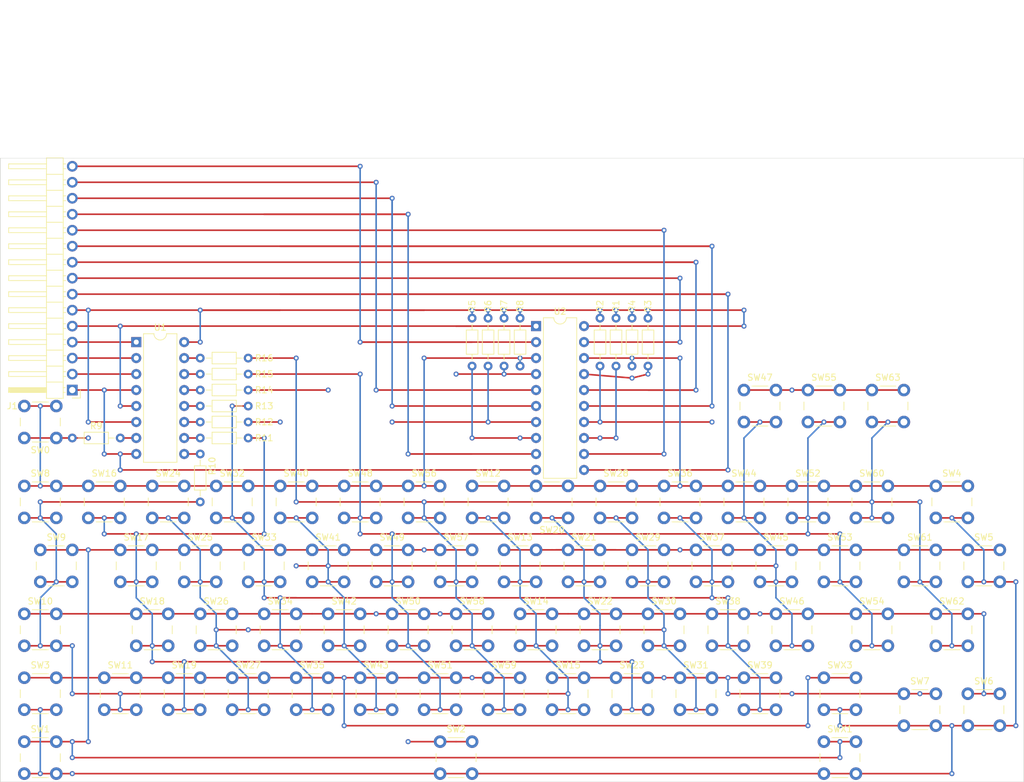
<source format=kicad_pcb>
(kicad_pcb (version 20171130) (host pcbnew "(5.1.5)-3")
  (layers (0 B.Veroboard signal) (1 In1.Cu signal hide) (2 F.Secondary_wiring signal) (31 F.Primary_wiring signal) (34 B.Paste user hide) (35 F.Paste user hide) (36 B.SilkS user hide) (37 F.SilkS user) (38 B.Mask user hide) (39 F.Mask user hide) (44 Edge.Cuts user))
  (net 0 "")
  (net 1 GND)
  (net 2 +5V)
  (net 3 /PHI)
  (net 4 /OE)
  (net 5 /D7)
  (net 6 /D6)
  (net 7 /D5)
  (net 8 /D4)
  (net 9 /D3)
  (net 10 /D2)
  (net 11 /D1)
  (net 12 /D0)
  (net 13 /A2)
  (net 14 /A1)
  (net 15 /A0)
  (net 16 "Net-(R1-Pad1)")
  (net 17 "Net-(R2-Pad1)")
  (net 18 "Net-(R3-Pad1)")
  (net 19 "Net-(R4-Pad1)")
  (net 20 "Net-(R5-Pad1)")
  (net 21 "Net-(R6-Pad1)")
  (net 22 "Net-(R7-Pad1)")
  (net 23 "Net-(R8-Pad1)")
  (net 24 "Net-(R9-Pad2)")
  (net 25 "Net-(R9-Pad1)")
  (net 26 "Net-(R10-Pad2)")
  (net 27 "Net-(R10-Pad1)")
  (net 28 "Net-(R11-Pad2)")
  (net 29 "Net-(R11-Pad1)")
  (net 30 "Net-(R12-Pad2)")
  (net 31 "Net-(R12-Pad1)")
  (net 32 "Net-(R13-Pad2)")
  (net 33 "Net-(R13-Pad1)")
  (net 34 "Net-(R14-Pad2)")
  (net 35 "Net-(R14-Pad1)")
  (net 36 "Net-(R15-Pad2)")
  (net 37 "Net-(R15-Pad1)")
  (net 38 "Net-(R16-Pad2)")
  (net 39 "Net-(R16-Pad1)")
  (module Connector_PinHeader_2.54mm:PinHeader_1x15_P2.54mm_Horizontal (layer B.Veroboard) (at 78.74 91.44 180)
    (fp_text reference J1 (at 9.525 -2.54) (layer F.SilkS))
    (fp_text value Conn_01x15_Male)
    (pad 15 thru_hole oval (at 0 35.56 180) (size 1.7 1.7) (drill 1) (layers *.Cu *.Mask) (net 12 /D0))
    (pad 14 thru_hole oval (at 0 33.02 180) (size 1.7 1.7) (drill 1) (layers *.Cu *.Mask) (net 11 /D1))
    (pad 13 thru_hole oval (at 0 30.48 180) (size 1.7 1.7) (drill 1) (layers *.Cu *.Mask) (net 10 /D2))
    (pad 12 thru_hole oval (at 0 27.94 180) (size 1.7 1.7) (drill 1) (layers *.Cu *.Mask) (net 9 /D3))
    (pad 11 thru_hole oval (at 0 25.4 180) (size 1.7 1.7) (drill 1) (layers *.Cu *.Mask) (net 8 /D4))
    (pad 10 thru_hole oval (at 0 22.86 180) (size 1.7 1.7) (drill 1) (layers *.Cu *.Mask) (net 7 /D5))
    (pad 9 thru_hole oval (at 0 20.32 180) (size 1.7 1.7) (drill 1) (layers *.Cu *.Mask) (net 6 /D6))
    (pad 8 thru_hole oval (at 0 17.78 180) (size 1.7 1.7) (drill 1) (layers *.Cu *.Mask) (net 5 /D7))
    (pad 7 thru_hole oval (at 0 15.24 180) (size 1.7 1.7) (drill 1) (layers *.Cu *.Mask) (net 3 /PHI))
    (pad 6 thru_hole oval (at 0 12.7 180) (size 1.7 1.7) (drill 1) (layers *.Cu *.Mask) (net 2 +5V))
    (pad 5 thru_hole oval (at 0 10.16 180) (size 1.7 1.7) (drill 1) (layers *.Cu *.Mask) (net 4 /OE))
    (pad 4 thru_hole oval (at 0 7.62 180) (size 1.7 1.7) (drill 1) (layers *.Cu *.Mask) (net 15 /A0))
    (pad 3 thru_hole oval (at 0 5.08 180) (size 1.7 1.7) (drill 1) (layers *.Cu *.Mask) (net 14 /A1))
    (pad 2 thru_hole oval (at 0 2.54 180) (size 1.7 1.7) (drill 1) (layers *.Cu *.Mask) (net 13 /A2))
    (pad 1 thru_hole rect (at 0 0 180) (size 1.7 1.7) (drill 1) (layers *.Cu *.Mask) (net 1 GND))
  )
  (module keyboard_vero2:SW_PUSH_6mm (layer B.Veroboard) (at 198.12 137.16)
    (fp_text reference SWX3 (at 2.54 -2) (layer F.SilkS))
    (fp_text value SW_Push_45deg)
    (pad 1 thru_hole circle (at 5.08 0 90) (size 2 2) (drill 1.1) (layers *.Cu *.Mask) (net 20 "Net-(R5-Pad1)"))
    (pad 2 thru_hole circle (at 5.08 5.08 90) (size 2 2) (drill 1.1) (layers *.Cu *.Mask) (net 25 "Net-(R9-Pad1)"))
    (pad 1 thru_hole circle (at 0 0 90) (size 2 2) (drill 1.1) (layers *.Cu *.Mask) (net 20 "Net-(R5-Pad1)"))
    (pad 2 thru_hole circle (at 0 5.08 90) (size 2 2) (drill 1.1) (layers *.Cu *.Mask) (net 25 "Net-(R9-Pad1)"))
  )
  (module keyboard_vero2:SW_PUSH_6mm (layer B.Veroboard) (at 198.12 147.32)
    (fp_text reference SWX1 (at 2.54 -2) (layer F.SilkS))
    (fp_text value SW_Push_45deg)
    (pad 1 thru_hole circle (at 5.08 0 90) (size 2 2) (drill 1.1) (layers *.Cu *.Mask) (net 22 "Net-(R7-Pad1)"))
    (pad 2 thru_hole circle (at 5.08 5.08 90) (size 2 2) (drill 1.1) (layers *.Cu *.Mask) (net 25 "Net-(R9-Pad1)"))
    (pad 1 thru_hole circle (at 0 0 90) (size 2 2) (drill 1.1) (layers *.Cu *.Mask) (net 22 "Net-(R7-Pad1)"))
    (pad 2 thru_hole circle (at 0 5.08 90) (size 2 2) (drill 1.1) (layers *.Cu *.Mask) (net 25 "Net-(R9-Pad1)"))
  )
  (module Package_DIP:DIP-20_W7.62mm (layer B.Veroboard) (at 152.4 81.28)
    (fp_text reference U2 (at 3.81 -2.33) (layer F.SilkS))
    (fp_text value 74LS374)
    (pad 20 thru_hole oval (at 7.62 0) (size 1.6 1.6) (drill 0.8) (layers *.Cu *.Mask) (net 2 +5V))
    (pad 10 thru_hole oval (at 0 22.86) (size 1.6 1.6) (drill 0.8) (layers *.Cu *.Mask) (net 1 GND))
    (pad 19 thru_hole oval (at 7.62 2.54) (size 1.6 1.6) (drill 0.8) (layers *.Cu *.Mask) (net 5 /D7))
    (pad 9 thru_hole oval (at 0 20.32) (size 1.6 1.6) (drill 0.8) (layers *.Cu *.Mask) (net 9 /D3))
    (pad 18 thru_hole oval (at 7.62 5.08) (size 1.6 1.6) (drill 0.8) (layers *.Cu *.Mask) (net 19 "Net-(R4-Pad1)"))
    (pad 8 thru_hole oval (at 0 17.78) (size 1.6 1.6) (drill 0.8) (layers *.Cu *.Mask) (net 20 "Net-(R5-Pad1)"))
    (pad 17 thru_hole oval (at 7.62 7.62) (size 1.6 1.6) (drill 0.8) (layers *.Cu *.Mask) (net 18 "Net-(R3-Pad1)"))
    (pad 7 thru_hole oval (at 0 15.24) (size 1.6 1.6) (drill 0.8) (layers *.Cu *.Mask) (net 21 "Net-(R6-Pad1)"))
    (pad 16 thru_hole oval (at 7.62 10.16) (size 1.6 1.6) (drill 0.8) (layers *.Cu *.Mask) (net 6 /D6))
    (pad 6 thru_hole oval (at 0 12.7) (size 1.6 1.6) (drill 0.8) (layers *.Cu *.Mask) (net 10 /D2))
    (pad 15 thru_hole oval (at 7.62 12.7) (size 1.6 1.6) (drill 0.8) (layers *.Cu *.Mask) (net 7 /D5))
    (pad 5 thru_hole oval (at 0 10.16) (size 1.6 1.6) (drill 0.8) (layers *.Cu *.Mask) (net 11 /D1))
    (pad 14 thru_hole oval (at 7.62 15.24) (size 1.6 1.6) (drill 0.8) (layers *.Cu *.Mask) (net 17 "Net-(R2-Pad1)"))
    (pad 4 thru_hole oval (at 0 7.62) (size 1.6 1.6) (drill 0.8) (layers *.Cu *.Mask) (net 22 "Net-(R7-Pad1)"))
    (pad 13 thru_hole oval (at 7.62 17.78) (size 1.6 1.6) (drill 0.8) (layers *.Cu *.Mask) (net 16 "Net-(R1-Pad1)"))
    (pad 3 thru_hole oval (at 0 5.08) (size 1.6 1.6) (drill 0.8) (layers *.Cu *.Mask) (net 23 "Net-(R8-Pad1)"))
    (pad 12 thru_hole oval (at 7.62 20.32) (size 1.6 1.6) (drill 0.8) (layers *.Cu *.Mask) (net 8 /D4))
    (pad 2 thru_hole oval (at 0 2.54) (size 1.6 1.6) (drill 0.8) (layers *.Cu *.Mask) (net 12 /D0))
    (pad 11 thru_hole oval (at 7.62 22.86) (size 1.6 1.6) (drill 0.8) (layers *.Cu *.Mask) (net 3 /PHI))
    (pad 1 thru_hole rect (at 0 0) (size 1.6 1.6) (drill 0.8) (layers *.Cu *.Mask) (net 4 /OE))
  )
  (module keyboard_vero2:SW_PUSH_6mm (layer B.Veroboard) (at 116.84 116.84)
    (fp_text reference SW41 (at 2.54 -2) (layer F.SilkS))
    (fp_text value SW_Push_45deg)
    (pad 1 thru_hole circle (at 5.08 0 90) (size 2 2) (drill 1.1) (layers *.Cu *.Mask) (net 22 "Net-(R7-Pad1)"))
    (pad 2 thru_hole circle (at 5.08 5.08 90) (size 2 2) (drill 1.1) (layers *.Cu *.Mask) (net 35 "Net-(R14-Pad1)"))
    (pad 1 thru_hole circle (at 0 0 90) (size 2 2) (drill 1.1) (layers *.Cu *.Mask) (net 22 "Net-(R7-Pad1)"))
    (pad 2 thru_hole circle (at 0 5.08 90) (size 2 2) (drill 1.1) (layers *.Cu *.Mask) (net 35 "Net-(R14-Pad1)"))
  )
  (module keyboard_vero2:SW_PUSH_6mm (layer B.Veroboard) (at 220.98 139.7)
    (fp_text reference SW6 (at 2.54 -2) (layer F.SilkS))
    (fp_text value SW_Push_45deg)
    (pad 1 thru_hole circle (at 5.08 0 90) (size 2 2) (drill 1.1) (layers *.Cu *.Mask) (net 17 "Net-(R2-Pad1)"))
    (pad 2 thru_hole circle (at 5.08 5.08 90) (size 2 2) (drill 1.1) (layers *.Cu *.Mask) (net 25 "Net-(R9-Pad1)"))
    (pad 1 thru_hole circle (at 0 0 90) (size 2 2) (drill 1.1) (layers *.Cu *.Mask) (net 17 "Net-(R2-Pad1)"))
    (pad 2 thru_hole circle (at 0 5.08 90) (size 2 2) (drill 1.1) (layers *.Cu *.Mask) (net 25 "Net-(R9-Pad1)"))
  )
  (module keyboard_vero2:SW_PUSH_6mm (layer B.Veroboard) (at 215.9 106.68)
    (fp_text reference SW4 (at 2.54 -2) (layer F.SilkS))
    (fp_text value SW_Push_45deg)
    (pad 1 thru_hole circle (at 5.08 0 90) (size 2 2) (drill 1.1) (layers *.Cu *.Mask) (net 19 "Net-(R4-Pad1)"))
    (pad 2 thru_hole circle (at 5.08 5.08 90) (size 2 2) (drill 1.1) (layers *.Cu *.Mask) (net 25 "Net-(R9-Pad1)"))
    (pad 1 thru_hole circle (at 0 0 90) (size 2 2) (drill 1.1) (layers *.Cu *.Mask) (net 19 "Net-(R4-Pad1)"))
    (pad 2 thru_hole circle (at 0 5.08 90) (size 2 2) (drill 1.1) (layers *.Cu *.Mask) (net 25 "Net-(R9-Pad1)"))
  )
  (module keyboard_vero2:SW_PUSH_6mm (layer B.Veroboard) (at 205.74 91.44)
    (fp_text reference SW63 (at 2.54 -2) (layer F.SilkS))
    (fp_text value SW_Push_45deg)
    (pad 1 thru_hole circle (at 5.08 0 90) (size 2 2) (drill 1.1) (layers *.Cu *.Mask) (net 16 "Net-(R1-Pad1)"))
    (pad 2 thru_hole circle (at 5.08 5.08 90) (size 2 2) (drill 1.1) (layers *.Cu *.Mask) (net 39 "Net-(R16-Pad1)"))
    (pad 1 thru_hole circle (at 0 0 90) (size 2 2) (drill 1.1) (layers *.Cu *.Mask) (net 16 "Net-(R1-Pad1)"))
    (pad 2 thru_hole circle (at 0 5.08 90) (size 2 2) (drill 1.1) (layers *.Cu *.Mask) (net 39 "Net-(R16-Pad1)"))
  )
  (module keyboard_vero2:SW_PUSH_6mm (layer B.Veroboard) (at 215.9 127)
    (fp_text reference SW62 (at 2.54 -2) (layer F.SilkS))
    (fp_text value SW_Push_45deg)
    (pad 1 thru_hole circle (at 5.08 0 90) (size 2 2) (drill 1.1) (layers *.Cu *.Mask) (net 17 "Net-(R2-Pad1)"))
    (pad 2 thru_hole circle (at 5.08 5.08 90) (size 2 2) (drill 1.1) (layers *.Cu *.Mask) (net 39 "Net-(R16-Pad1)"))
    (pad 1 thru_hole circle (at 0 0 90) (size 2 2) (drill 1.1) (layers *.Cu *.Mask) (net 17 "Net-(R2-Pad1)"))
    (pad 2 thru_hole circle (at 0 5.08 90) (size 2 2) (drill 1.1) (layers *.Cu *.Mask) (net 39 "Net-(R16-Pad1)"))
  )
  (module keyboard_vero2:SW_PUSH_6mm (layer B.Veroboard) (at 210.82 116.84)
    (fp_text reference SW61 (at 2.54 -2) (layer F.SilkS))
    (fp_text value SW_Push_45deg)
    (pad 1 thru_hole circle (at 5.08 0 90) (size 2 2) (drill 1.1) (layers *.Cu *.Mask) (net 18 "Net-(R3-Pad1)"))
    (pad 2 thru_hole circle (at 5.08 5.08 90) (size 2 2) (drill 1.1) (layers *.Cu *.Mask) (net 39 "Net-(R16-Pad1)"))
    (pad 1 thru_hole circle (at 0 0 90) (size 2 2) (drill 1.1) (layers *.Cu *.Mask) (net 18 "Net-(R3-Pad1)"))
    (pad 2 thru_hole circle (at 0 5.08 90) (size 2 2) (drill 1.1) (layers *.Cu *.Mask) (net 39 "Net-(R16-Pad1)"))
  )
  (module keyboard_vero2:SW_PUSH_6mm (layer B.Veroboard) (at 203.2 106.68)
    (fp_text reference SW60 (at 2.54 -2) (layer F.SilkS))
    (fp_text value SW_Push_45deg)
    (pad 1 thru_hole circle (at 5.08 0 90) (size 2 2) (drill 1.1) (layers *.Cu *.Mask) (net 19 "Net-(R4-Pad1)"))
    (pad 2 thru_hole circle (at 5.08 5.08 90) (size 2 2) (drill 1.1) (layers *.Cu *.Mask) (net 39 "Net-(R16-Pad1)"))
    (pad 1 thru_hole circle (at 0 0 90) (size 2 2) (drill 1.1) (layers *.Cu *.Mask) (net 19 "Net-(R4-Pad1)"))
    (pad 2 thru_hole circle (at 0 5.08 90) (size 2 2) (drill 1.1) (layers *.Cu *.Mask) (net 39 "Net-(R16-Pad1)"))
  )
  (module keyboard_vero2:SW_PUSH_6mm (layer B.Veroboard) (at 144.78 137.16)
    (fp_text reference SW59 (at 2.54 -2) (layer F.SilkS))
    (fp_text value SW_Push_45deg)
    (pad 1 thru_hole circle (at 5.08 0 90) (size 2 2) (drill 1.1) (layers *.Cu *.Mask) (net 20 "Net-(R5-Pad1)"))
    (pad 2 thru_hole circle (at 5.08 5.08 90) (size 2 2) (drill 1.1) (layers *.Cu *.Mask) (net 39 "Net-(R16-Pad1)"))
    (pad 1 thru_hole circle (at 0 0 90) (size 2 2) (drill 1.1) (layers *.Cu *.Mask) (net 20 "Net-(R5-Pad1)"))
    (pad 2 thru_hole circle (at 0 5.08 90) (size 2 2) (drill 1.1) (layers *.Cu *.Mask) (net 39 "Net-(R16-Pad1)"))
  )
  (module keyboard_vero2:SW_PUSH_6mm (layer B.Veroboard) (at 139.7 127)
    (fp_text reference SW58 (at 2.54 -2) (layer F.SilkS))
    (fp_text value SW_Push_45deg)
    (pad 1 thru_hole circle (at 5.08 0 90) (size 2 2) (drill 1.1) (layers *.Cu *.Mask) (net 21 "Net-(R6-Pad1)"))
    (pad 2 thru_hole circle (at 5.08 5.08 90) (size 2 2) (drill 1.1) (layers *.Cu *.Mask) (net 39 "Net-(R16-Pad1)"))
    (pad 1 thru_hole circle (at 0 0 90) (size 2 2) (drill 1.1) (layers *.Cu *.Mask) (net 21 "Net-(R6-Pad1)"))
    (pad 2 thru_hole circle (at 0 5.08 90) (size 2 2) (drill 1.1) (layers *.Cu *.Mask) (net 39 "Net-(R16-Pad1)"))
  )
  (module keyboard_vero2:SW_PUSH_6mm (layer B.Veroboard) (at 137.16 116.84)
    (fp_text reference SW57 (at 2.54 -2) (layer F.SilkS))
    (fp_text value SW_Push_45deg)
    (pad 1 thru_hole circle (at 5.08 0 90) (size 2 2) (drill 1.1) (layers *.Cu *.Mask) (net 22 "Net-(R7-Pad1)"))
    (pad 2 thru_hole circle (at 5.08 5.08 90) (size 2 2) (drill 1.1) (layers *.Cu *.Mask) (net 39 "Net-(R16-Pad1)"))
    (pad 1 thru_hole circle (at 0 0 90) (size 2 2) (drill 1.1) (layers *.Cu *.Mask) (net 22 "Net-(R7-Pad1)"))
    (pad 2 thru_hole circle (at 0 5.08 90) (size 2 2) (drill 1.1) (layers *.Cu *.Mask) (net 39 "Net-(R16-Pad1)"))
  )
  (module keyboard_vero2:SW_PUSH_6mm (layer B.Veroboard) (at 132.08 106.68)
    (fp_text reference SW56 (at 2.54 -2) (layer F.SilkS))
    (fp_text value SW_Push_45deg)
    (pad 1 thru_hole circle (at 5.08 0 90) (size 2 2) (drill 1.1) (layers *.Cu *.Mask) (net 23 "Net-(R8-Pad1)"))
    (pad 2 thru_hole circle (at 5.08 5.08 90) (size 2 2) (drill 1.1) (layers *.Cu *.Mask) (net 39 "Net-(R16-Pad1)"))
    (pad 1 thru_hole circle (at 0 0 90) (size 2 2) (drill 1.1) (layers *.Cu *.Mask) (net 23 "Net-(R8-Pad1)"))
    (pad 2 thru_hole circle (at 0 5.08 90) (size 2 2) (drill 1.1) (layers *.Cu *.Mask) (net 39 "Net-(R16-Pad1)"))
  )
  (module keyboard_vero2:SW_PUSH_6mm (layer B.Veroboard) (at 195.58 91.44)
    (fp_text reference SW55 (at 2.54 -2) (layer F.SilkS))
    (fp_text value SW_Push_45deg)
    (pad 1 thru_hole circle (at 5.08 0 90) (size 2 2) (drill 1.1) (layers *.Cu *.Mask) (net 16 "Net-(R1-Pad1)"))
    (pad 2 thru_hole circle (at 5.08 5.08 90) (size 2 2) (drill 1.1) (layers *.Cu *.Mask) (net 37 "Net-(R15-Pad1)"))
    (pad 1 thru_hole circle (at 0 0 90) (size 2 2) (drill 1.1) (layers *.Cu *.Mask) (net 16 "Net-(R1-Pad1)"))
    (pad 2 thru_hole circle (at 0 5.08 90) (size 2 2) (drill 1.1) (layers *.Cu *.Mask) (net 37 "Net-(R15-Pad1)"))
  )
  (module keyboard_vero2:SW_PUSH_6mm (layer B.Veroboard) (at 203.2 127)
    (fp_text reference SW54 (at 2.54 -2) (layer F.SilkS))
    (fp_text value SW_Push_45deg)
    (pad 1 thru_hole circle (at 5.08 0 90) (size 2 2) (drill 1.1) (layers *.Cu *.Mask) (net 17 "Net-(R2-Pad1)"))
    (pad 2 thru_hole circle (at 5.08 5.08 90) (size 2 2) (drill 1.1) (layers *.Cu *.Mask) (net 37 "Net-(R15-Pad1)"))
    (pad 1 thru_hole circle (at 0 0 90) (size 2 2) (drill 1.1) (layers *.Cu *.Mask) (net 17 "Net-(R2-Pad1)"))
    (pad 2 thru_hole circle (at 0 5.08 90) (size 2 2) (drill 1.1) (layers *.Cu *.Mask) (net 37 "Net-(R15-Pad1)"))
  )
  (module keyboard_vero2:SW_PUSH_6mm (layer B.Veroboard) (at 198.12 116.84)
    (fp_text reference SW53 (at 2.54 -2) (layer F.SilkS))
    (fp_text value SW_Push_45deg)
    (pad 1 thru_hole circle (at 5.08 0 90) (size 2 2) (drill 1.1) (layers *.Cu *.Mask) (net 18 "Net-(R3-Pad1)"))
    (pad 2 thru_hole circle (at 5.08 5.08 90) (size 2 2) (drill 1.1) (layers *.Cu *.Mask) (net 37 "Net-(R15-Pad1)"))
    (pad 1 thru_hole circle (at 0 0 90) (size 2 2) (drill 1.1) (layers *.Cu *.Mask) (net 18 "Net-(R3-Pad1)"))
    (pad 2 thru_hole circle (at 0 5.08 90) (size 2 2) (drill 1.1) (layers *.Cu *.Mask) (net 37 "Net-(R15-Pad1)"))
  )
  (module keyboard_vero2:SW_PUSH_6mm (layer B.Veroboard) (at 193.04 106.68)
    (fp_text reference SW52 (at 2.54 -2) (layer F.SilkS))
    (fp_text value SW_Push_45deg)
    (pad 1 thru_hole circle (at 5.08 0 90) (size 2 2) (drill 1.1) (layers *.Cu *.Mask) (net 19 "Net-(R4-Pad1)"))
    (pad 2 thru_hole circle (at 5.08 5.08 90) (size 2 2) (drill 1.1) (layers *.Cu *.Mask) (net 37 "Net-(R15-Pad1)"))
    (pad 1 thru_hole circle (at 0 0 90) (size 2 2) (drill 1.1) (layers *.Cu *.Mask) (net 19 "Net-(R4-Pad1)"))
    (pad 2 thru_hole circle (at 0 5.08 90) (size 2 2) (drill 1.1) (layers *.Cu *.Mask) (net 37 "Net-(R15-Pad1)"))
  )
  (module keyboard_vero2:SW_PUSH_6mm (layer B.Veroboard) (at 134.62 137.16)
    (fp_text reference SW51 (at 2.54 -2) (layer F.SilkS))
    (fp_text value SW_Push_45deg)
    (pad 1 thru_hole circle (at 5.08 0 90) (size 2 2) (drill 1.1) (layers *.Cu *.Mask) (net 20 "Net-(R5-Pad1)"))
    (pad 2 thru_hole circle (at 5.08 5.08 90) (size 2 2) (drill 1.1) (layers *.Cu *.Mask) (net 37 "Net-(R15-Pad1)"))
    (pad 1 thru_hole circle (at 0 0 90) (size 2 2) (drill 1.1) (layers *.Cu *.Mask) (net 20 "Net-(R5-Pad1)"))
    (pad 2 thru_hole circle (at 0 5.08 90) (size 2 2) (drill 1.1) (layers *.Cu *.Mask) (net 37 "Net-(R15-Pad1)"))
  )
  (module keyboard_vero2:SW_PUSH_6mm (layer B.Veroboard) (at 129.54 127)
    (fp_text reference SW50 (at 2.54 -2) (layer F.SilkS))
    (fp_text value SW_Push_45deg)
    (pad 1 thru_hole circle (at 5.08 0 90) (size 2 2) (drill 1.1) (layers *.Cu *.Mask) (net 21 "Net-(R6-Pad1)"))
    (pad 2 thru_hole circle (at 5.08 5.08 90) (size 2 2) (drill 1.1) (layers *.Cu *.Mask) (net 37 "Net-(R15-Pad1)"))
    (pad 1 thru_hole circle (at 0 0 90) (size 2 2) (drill 1.1) (layers *.Cu *.Mask) (net 21 "Net-(R6-Pad1)"))
    (pad 2 thru_hole circle (at 0 5.08 90) (size 2 2) (drill 1.1) (layers *.Cu *.Mask) (net 37 "Net-(R15-Pad1)"))
  )
  (module keyboard_vero2:SW_PUSH_6mm (layer B.Veroboard) (at 127 116.84)
    (fp_text reference SW49 (at 2.54 -2) (layer F.SilkS))
    (fp_text value SW_Push_45deg)
    (pad 1 thru_hole circle (at 5.08 0 90) (size 2 2) (drill 1.1) (layers *.Cu *.Mask) (net 22 "Net-(R7-Pad1)"))
    (pad 2 thru_hole circle (at 5.08 5.08 90) (size 2 2) (drill 1.1) (layers *.Cu *.Mask) (net 37 "Net-(R15-Pad1)"))
    (pad 1 thru_hole circle (at 0 0 90) (size 2 2) (drill 1.1) (layers *.Cu *.Mask) (net 22 "Net-(R7-Pad1)"))
    (pad 2 thru_hole circle (at 0 5.08 90) (size 2 2) (drill 1.1) (layers *.Cu *.Mask) (net 37 "Net-(R15-Pad1)"))
  )
  (module keyboard_vero2:SW_PUSH_6mm (layer B.Veroboard) (at 121.92 106.68)
    (fp_text reference SW48 (at 2.54 -2) (layer F.SilkS))
    (fp_text value SW_Push_45deg)
    (pad 1 thru_hole circle (at 5.08 0 90) (size 2 2) (drill 1.1) (layers *.Cu *.Mask) (net 23 "Net-(R8-Pad1)"))
    (pad 2 thru_hole circle (at 5.08 5.08 90) (size 2 2) (drill 1.1) (layers *.Cu *.Mask) (net 37 "Net-(R15-Pad1)"))
    (pad 1 thru_hole circle (at 0 0 90) (size 2 2) (drill 1.1) (layers *.Cu *.Mask) (net 23 "Net-(R8-Pad1)"))
    (pad 2 thru_hole circle (at 0 5.08 90) (size 2 2) (drill 1.1) (layers *.Cu *.Mask) (net 37 "Net-(R15-Pad1)"))
  )
  (module keyboard_vero2:SW_PUSH_6mm (layer B.Veroboard) (at 185.42 91.44)
    (fp_text reference SW47 (at 2.54 -2) (layer F.SilkS))
    (fp_text value SW_Push_45deg)
    (pad 1 thru_hole circle (at 5.08 0 90) (size 2 2) (drill 1.1) (layers *.Cu *.Mask) (net 16 "Net-(R1-Pad1)"))
    (pad 2 thru_hole circle (at 5.08 5.08 90) (size 2 2) (drill 1.1) (layers *.Cu *.Mask) (net 35 "Net-(R14-Pad1)"))
    (pad 1 thru_hole circle (at 0 0 90) (size 2 2) (drill 1.1) (layers *.Cu *.Mask) (net 16 "Net-(R1-Pad1)"))
    (pad 2 thru_hole circle (at 0 5.08 90) (size 2 2) (drill 1.1) (layers *.Cu *.Mask) (net 35 "Net-(R14-Pad1)"))
  )
  (module keyboard_vero2:SW_PUSH_6mm (layer B.Veroboard) (at 190.5 127)
    (fp_text reference SW46 (at 2.54 -2) (layer F.SilkS))
    (fp_text value SW_Push_45deg)
    (pad 1 thru_hole circle (at 5.08 0 90) (size 2 2) (drill 1.1) (layers *.Cu *.Mask) (net 17 "Net-(R2-Pad1)"))
    (pad 2 thru_hole circle (at 5.08 5.08 90) (size 2 2) (drill 1.1) (layers *.Cu *.Mask) (net 35 "Net-(R14-Pad1)"))
    (pad 1 thru_hole circle (at 0 0 90) (size 2 2) (drill 1.1) (layers *.Cu *.Mask) (net 17 "Net-(R2-Pad1)"))
    (pad 2 thru_hole circle (at 0 5.08 90) (size 2 2) (drill 1.1) (layers *.Cu *.Mask) (net 35 "Net-(R14-Pad1)"))
  )
  (module keyboard_vero2:SW_PUSH_6mm (layer B.Veroboard) (at 187.96 116.84)
    (fp_text reference SW45 (at 2.54 -2) (layer F.SilkS))
    (fp_text value SW_Push_45deg)
    (pad 1 thru_hole circle (at 5.08 0 90) (size 2 2) (drill 1.1) (layers *.Cu *.Mask) (net 18 "Net-(R3-Pad1)"))
    (pad 2 thru_hole circle (at 5.08 5.08 90) (size 2 2) (drill 1.1) (layers *.Cu *.Mask) (net 35 "Net-(R14-Pad1)"))
    (pad 1 thru_hole circle (at 0 0 90) (size 2 2) (drill 1.1) (layers *.Cu *.Mask) (net 18 "Net-(R3-Pad1)"))
    (pad 2 thru_hole circle (at 0 5.08 90) (size 2 2) (drill 1.1) (layers *.Cu *.Mask) (net 35 "Net-(R14-Pad1)"))
  )
  (module keyboard_vero2:SW_PUSH_6mm (layer B.Veroboard) (at 182.88 106.68)
    (fp_text reference SW44 (at 2.54 -2) (layer F.SilkS))
    (fp_text value SW_Push_45deg)
    (pad 1 thru_hole circle (at 5.08 0 90) (size 2 2) (drill 1.1) (layers *.Cu *.Mask) (net 19 "Net-(R4-Pad1)"))
    (pad 2 thru_hole circle (at 5.08 5.08 90) (size 2 2) (drill 1.1) (layers *.Cu *.Mask) (net 35 "Net-(R14-Pad1)"))
    (pad 1 thru_hole circle (at 0 0 90) (size 2 2) (drill 1.1) (layers *.Cu *.Mask) (net 19 "Net-(R4-Pad1)"))
    (pad 2 thru_hole circle (at 0 5.08 90) (size 2 2) (drill 1.1) (layers *.Cu *.Mask) (net 35 "Net-(R14-Pad1)"))
  )
  (module keyboard_vero2:SW_PUSH_6mm (layer B.Veroboard) (at 124.46 137.16)
    (fp_text reference SW43 (at 2.54 -2) (layer F.SilkS))
    (fp_text value SW_Push_45deg)
    (pad 1 thru_hole circle (at 5.08 0 90) (size 2 2) (drill 1.1) (layers *.Cu *.Mask) (net 20 "Net-(R5-Pad1)"))
    (pad 2 thru_hole circle (at 5.08 5.08 90) (size 2 2) (drill 1.1) (layers *.Cu *.Mask) (net 35 "Net-(R14-Pad1)"))
    (pad 1 thru_hole circle (at 0 0 90) (size 2 2) (drill 1.1) (layers *.Cu *.Mask) (net 20 "Net-(R5-Pad1)"))
    (pad 2 thru_hole circle (at 0 5.08 90) (size 2 2) (drill 1.1) (layers *.Cu *.Mask) (net 35 "Net-(R14-Pad1)"))
  )
  (module keyboard_vero2:SW_PUSH_6mm (layer B.Veroboard) (at 119.38 127)
    (fp_text reference SW42 (at 2.54 -2) (layer F.SilkS))
    (fp_text value SW_Push_45deg)
    (pad 1 thru_hole circle (at 5.08 0 90) (size 2 2) (drill 1.1) (layers *.Cu *.Mask) (net 21 "Net-(R6-Pad1)"))
    (pad 2 thru_hole circle (at 5.08 5.08 90) (size 2 2) (drill 1.1) (layers *.Cu *.Mask) (net 35 "Net-(R14-Pad1)"))
    (pad 1 thru_hole circle (at 0 0 90) (size 2 2) (drill 1.1) (layers *.Cu *.Mask) (net 21 "Net-(R6-Pad1)"))
    (pad 2 thru_hole circle (at 0 5.08 90) (size 2 2) (drill 1.1) (layers *.Cu *.Mask) (net 35 "Net-(R14-Pad1)"))
  )
  (module keyboard_vero2:SW_PUSH_6mm (layer B.Veroboard) (at 111.76 106.68)
    (fp_text reference SW40 (at 2.54 -2) (layer F.SilkS))
    (fp_text value SW_Push_45deg)
    (pad 1 thru_hole circle (at 5.08 0 90) (size 2 2) (drill 1.1) (layers *.Cu *.Mask) (net 23 "Net-(R8-Pad1)"))
    (pad 2 thru_hole circle (at 5.08 5.08 90) (size 2 2) (drill 1.1) (layers *.Cu *.Mask) (net 35 "Net-(R14-Pad1)"))
    (pad 1 thru_hole circle (at 0 0 90) (size 2 2) (drill 1.1) (layers *.Cu *.Mask) (net 23 "Net-(R8-Pad1)"))
    (pad 2 thru_hole circle (at 0 5.08 90) (size 2 2) (drill 1.1) (layers *.Cu *.Mask) (net 35 "Net-(R14-Pad1)"))
  )
  (module keyboard_vero2:SW_PUSH_6mm (layer B.Veroboard) (at 185.42 137.16)
    (fp_text reference SW39 (at 2.54 -2) (layer F.SilkS))
    (fp_text value SW_Push_45deg)
    (pad 1 thru_hole circle (at 5.08 0 90) (size 2 2) (drill 1.1) (layers *.Cu *.Mask) (net 16 "Net-(R1-Pad1)"))
    (pad 2 thru_hole circle (at 5.08 5.08 90) (size 2 2) (drill 1.1) (layers *.Cu *.Mask) (net 33 "Net-(R13-Pad1)"))
    (pad 1 thru_hole circle (at 0 0 90) (size 2 2) (drill 1.1) (layers *.Cu *.Mask) (net 16 "Net-(R1-Pad1)"))
    (pad 2 thru_hole circle (at 0 5.08 90) (size 2 2) (drill 1.1) (layers *.Cu *.Mask) (net 33 "Net-(R13-Pad1)"))
  )
  (module keyboard_vero2:SW_PUSH_6mm (layer B.Veroboard) (at 180.34 127)
    (fp_text reference SW38 (at 2.54 -2) (layer F.SilkS))
    (fp_text value SW_Push_45deg)
    (pad 1 thru_hole circle (at 5.08 0 90) (size 2 2) (drill 1.1) (layers *.Cu *.Mask) (net 17 "Net-(R2-Pad1)"))
    (pad 2 thru_hole circle (at 5.08 5.08 90) (size 2 2) (drill 1.1) (layers *.Cu *.Mask) (net 33 "Net-(R13-Pad1)"))
    (pad 1 thru_hole circle (at 0 0 90) (size 2 2) (drill 1.1) (layers *.Cu *.Mask) (net 17 "Net-(R2-Pad1)"))
    (pad 2 thru_hole circle (at 0 5.08 90) (size 2 2) (drill 1.1) (layers *.Cu *.Mask) (net 33 "Net-(R13-Pad1)"))
  )
  (module keyboard_vero2:SW_PUSH_6mm (layer B.Veroboard) (at 177.8 116.84)
    (fp_text reference SW37 (at 2.54 -2) (layer F.SilkS))
    (fp_text value SW_Push_45deg)
    (pad 1 thru_hole circle (at 5.08 0 90) (size 2 2) (drill 1.1) (layers *.Cu *.Mask) (net 18 "Net-(R3-Pad1)"))
    (pad 2 thru_hole circle (at 5.08 5.08 90) (size 2 2) (drill 1.1) (layers *.Cu *.Mask) (net 33 "Net-(R13-Pad1)"))
    (pad 1 thru_hole circle (at 0 0 90) (size 2 2) (drill 1.1) (layers *.Cu *.Mask) (net 18 "Net-(R3-Pad1)"))
    (pad 2 thru_hole circle (at 0 5.08 90) (size 2 2) (drill 1.1) (layers *.Cu *.Mask) (net 33 "Net-(R13-Pad1)"))
  )
  (module keyboard_vero2:SW_PUSH_6mm (layer B.Veroboard) (at 172.72 106.68)
    (fp_text reference SW36 (at 2.54 -2) (layer F.SilkS))
    (fp_text value SW_Push_45deg)
    (pad 1 thru_hole circle (at 5.08 0 90) (size 2 2) (drill 1.1) (layers *.Cu *.Mask) (net 19 "Net-(R4-Pad1)"))
    (pad 2 thru_hole circle (at 5.08 5.08 90) (size 2 2) (drill 1.1) (layers *.Cu *.Mask) (net 33 "Net-(R13-Pad1)"))
    (pad 1 thru_hole circle (at 0 0 90) (size 2 2) (drill 1.1) (layers *.Cu *.Mask) (net 19 "Net-(R4-Pad1)"))
    (pad 2 thru_hole circle (at 0 5.08 90) (size 2 2) (drill 1.1) (layers *.Cu *.Mask) (net 33 "Net-(R13-Pad1)"))
  )
  (module keyboard_vero2:SW_PUSH_6mm (layer B.Veroboard) (at 114.3 137.16)
    (fp_text reference SW35 (at 2.54 -2) (layer F.SilkS))
    (fp_text value SW_Push_45deg)
    (pad 1 thru_hole circle (at 5.08 0 90) (size 2 2) (drill 1.1) (layers *.Cu *.Mask) (net 20 "Net-(R5-Pad1)"))
    (pad 2 thru_hole circle (at 5.08 5.08 90) (size 2 2) (drill 1.1) (layers *.Cu *.Mask) (net 33 "Net-(R13-Pad1)"))
    (pad 1 thru_hole circle (at 0 0 90) (size 2 2) (drill 1.1) (layers *.Cu *.Mask) (net 20 "Net-(R5-Pad1)"))
    (pad 2 thru_hole circle (at 0 5.08 90) (size 2 2) (drill 1.1) (layers *.Cu *.Mask) (net 33 "Net-(R13-Pad1)"))
  )
  (module keyboard_vero2:SW_PUSH_6mm (layer B.Veroboard) (at 109.22 127)
    (fp_text reference SW34 (at 2.54 -2) (layer F.SilkS))
    (fp_text value SW_Push_45deg)
    (pad 1 thru_hole circle (at 5.08 0 90) (size 2 2) (drill 1.1) (layers *.Cu *.Mask) (net 21 "Net-(R6-Pad1)"))
    (pad 2 thru_hole circle (at 5.08 5.08 90) (size 2 2) (drill 1.1) (layers *.Cu *.Mask) (net 33 "Net-(R13-Pad1)"))
    (pad 1 thru_hole circle (at 0 0 90) (size 2 2) (drill 1.1) (layers *.Cu *.Mask) (net 21 "Net-(R6-Pad1)"))
    (pad 2 thru_hole circle (at 0 5.08 90) (size 2 2) (drill 1.1) (layers *.Cu *.Mask) (net 33 "Net-(R13-Pad1)"))
  )
  (module keyboard_vero2:SW_PUSH_6mm (layer B.Veroboard) (at 106.68 116.84)
    (fp_text reference SW33 (at 2.54 -2) (layer F.SilkS))
    (fp_text value SW_Push_45deg)
    (pad 1 thru_hole circle (at 5.08 0 90) (size 2 2) (drill 1.1) (layers *.Cu *.Mask) (net 22 "Net-(R7-Pad1)"))
    (pad 2 thru_hole circle (at 5.08 5.08 90) (size 2 2) (drill 1.1) (layers *.Cu *.Mask) (net 33 "Net-(R13-Pad1)"))
    (pad 1 thru_hole circle (at 0 0 90) (size 2 2) (drill 1.1) (layers *.Cu *.Mask) (net 22 "Net-(R7-Pad1)"))
    (pad 2 thru_hole circle (at 0 5.08 90) (size 2 2) (drill 1.1) (layers *.Cu *.Mask) (net 33 "Net-(R13-Pad1)"))
  )
  (module keyboard_vero2:SW_PUSH_6mm (layer B.Veroboard) (at 101.6 106.68)
    (fp_text reference SW32 (at 2.54 -2) (layer F.SilkS))
    (fp_text value SW_Push_45deg)
    (pad 1 thru_hole circle (at 5.08 0 90) (size 2 2) (drill 1.1) (layers *.Cu *.Mask) (net 23 "Net-(R8-Pad1)"))
    (pad 2 thru_hole circle (at 5.08 5.08 90) (size 2 2) (drill 1.1) (layers *.Cu *.Mask) (net 33 "Net-(R13-Pad1)"))
    (pad 1 thru_hole circle (at 0 0 90) (size 2 2) (drill 1.1) (layers *.Cu *.Mask) (net 23 "Net-(R8-Pad1)"))
    (pad 2 thru_hole circle (at 0 5.08 90) (size 2 2) (drill 1.1) (layers *.Cu *.Mask) (net 33 "Net-(R13-Pad1)"))
  )
  (module keyboard_vero2:SW_PUSH_6mm (layer B.Veroboard) (at 175.26 137.16)
    (fp_text reference SW31 (at 2.54 -2) (layer F.SilkS))
    (fp_text value SW_Push_45deg)
    (pad 1 thru_hole circle (at 5.08 0 90) (size 2 2) (drill 1.1) (layers *.Cu *.Mask) (net 16 "Net-(R1-Pad1)"))
    (pad 2 thru_hole circle (at 5.08 5.08 90) (size 2 2) (drill 1.1) (layers *.Cu *.Mask) (net 31 "Net-(R12-Pad1)"))
    (pad 1 thru_hole circle (at 0 0 90) (size 2 2) (drill 1.1) (layers *.Cu *.Mask) (net 16 "Net-(R1-Pad1)"))
    (pad 2 thru_hole circle (at 0 5.08 90) (size 2 2) (drill 1.1) (layers *.Cu *.Mask) (net 31 "Net-(R12-Pad1)"))
  )
  (module keyboard_vero2:SW_PUSH_6mm (layer B.Veroboard) (at 170.18 127)
    (fp_text reference SW30 (at 2.54 -2) (layer F.SilkS))
    (fp_text value SW_Push_45deg)
    (pad 1 thru_hole circle (at 5.08 0 90) (size 2 2) (drill 1.1) (layers *.Cu *.Mask) (net 17 "Net-(R2-Pad1)"))
    (pad 2 thru_hole circle (at 5.08 5.08 90) (size 2 2) (drill 1.1) (layers *.Cu *.Mask) (net 31 "Net-(R12-Pad1)"))
    (pad 1 thru_hole circle (at 0 0 90) (size 2 2) (drill 1.1) (layers *.Cu *.Mask) (net 17 "Net-(R2-Pad1)"))
    (pad 2 thru_hole circle (at 0 5.08 90) (size 2 2) (drill 1.1) (layers *.Cu *.Mask) (net 31 "Net-(R12-Pad1)"))
  )
  (module keyboard_vero2:SW_PUSH_6mm (layer B.Veroboard) (at 167.64 116.84)
    (fp_text reference SW29 (at 2.54 -2) (layer F.SilkS))
    (fp_text value SW_Push_45deg)
    (pad 1 thru_hole circle (at 5.08 0 90) (size 2 2) (drill 1.1) (layers *.Cu *.Mask) (net 18 "Net-(R3-Pad1)"))
    (pad 2 thru_hole circle (at 5.08 5.08 90) (size 2 2) (drill 1.1) (layers *.Cu *.Mask) (net 31 "Net-(R12-Pad1)"))
    (pad 1 thru_hole circle (at 0 0 90) (size 2 2) (drill 1.1) (layers *.Cu *.Mask) (net 18 "Net-(R3-Pad1)"))
    (pad 2 thru_hole circle (at 0 5.08 90) (size 2 2) (drill 1.1) (layers *.Cu *.Mask) (net 31 "Net-(R12-Pad1)"))
  )
  (module keyboard_vero2:SW_PUSH_6mm (layer B.Veroboard) (at 162.56 106.68)
    (fp_text reference SW28 (at 2.54 -2) (layer F.SilkS))
    (fp_text value SW_Push_45deg)
    (pad 1 thru_hole circle (at 5.08 0 90) (size 2 2) (drill 1.1) (layers *.Cu *.Mask) (net 19 "Net-(R4-Pad1)"))
    (pad 2 thru_hole circle (at 5.08 5.08 90) (size 2 2) (drill 1.1) (layers *.Cu *.Mask) (net 31 "Net-(R12-Pad1)"))
    (pad 1 thru_hole circle (at 0 0 90) (size 2 2) (drill 1.1) (layers *.Cu *.Mask) (net 19 "Net-(R4-Pad1)"))
    (pad 2 thru_hole circle (at 0 5.08 90) (size 2 2) (drill 1.1) (layers *.Cu *.Mask) (net 31 "Net-(R12-Pad1)"))
  )
  (module keyboard_vero2:SW_PUSH_6mm (layer B.Veroboard) (at 104.14 137.16)
    (fp_text reference SW27 (at 2.54 -2) (layer F.SilkS))
    (fp_text value SW_Push_45deg)
    (pad 1 thru_hole circle (at 5.08 0 90) (size 2 2) (drill 1.1) (layers *.Cu *.Mask) (net 20 "Net-(R5-Pad1)"))
    (pad 2 thru_hole circle (at 5.08 5.08 90) (size 2 2) (drill 1.1) (layers *.Cu *.Mask) (net 31 "Net-(R12-Pad1)"))
    (pad 1 thru_hole circle (at 0 0 90) (size 2 2) (drill 1.1) (layers *.Cu *.Mask) (net 20 "Net-(R5-Pad1)"))
    (pad 2 thru_hole circle (at 0 5.08 90) (size 2 2) (drill 1.1) (layers *.Cu *.Mask) (net 31 "Net-(R12-Pad1)"))
  )
  (module keyboard_vero2:SW_PUSH_6mm (layer B.Veroboard) (at 99.06 127)
    (fp_text reference SW26 (at 2.54 -2) (layer F.SilkS))
    (fp_text value SW_Push_45deg)
    (pad 1 thru_hole circle (at 5.08 0 90) (size 2 2) (drill 1.1) (layers *.Cu *.Mask) (net 21 "Net-(R6-Pad1)"))
    (pad 2 thru_hole circle (at 5.08 5.08 90) (size 2 2) (drill 1.1) (layers *.Cu *.Mask) (net 31 "Net-(R12-Pad1)"))
    (pad 1 thru_hole circle (at 0 0 90) (size 2 2) (drill 1.1) (layers *.Cu *.Mask) (net 21 "Net-(R6-Pad1)"))
    (pad 2 thru_hole circle (at 0 5.08 90) (size 2 2) (drill 1.1) (layers *.Cu *.Mask) (net 31 "Net-(R12-Pad1)"))
  )
  (module keyboard_vero2:SW_PUSH_6mm (layer B.Veroboard) (at 96.52 116.84)
    (fp_text reference SW25 (at 2.54 -2) (layer F.SilkS))
    (fp_text value SW_Push_45deg)
    (pad 1 thru_hole circle (at 5.08 0 90) (size 2 2) (drill 1.1) (layers *.Cu *.Mask) (net 22 "Net-(R7-Pad1)"))
    (pad 2 thru_hole circle (at 5.08 5.08 90) (size 2 2) (drill 1.1) (layers *.Cu *.Mask) (net 31 "Net-(R12-Pad1)"))
    (pad 1 thru_hole circle (at 0 0 90) (size 2 2) (drill 1.1) (layers *.Cu *.Mask) (net 22 "Net-(R7-Pad1)"))
    (pad 2 thru_hole circle (at 0 5.08 90) (size 2 2) (drill 1.1) (layers *.Cu *.Mask) (net 31 "Net-(R12-Pad1)"))
  )
  (module keyboard_vero2:SW_PUSH_6mm (layer B.Veroboard) (at 91.44 106.68)
    (fp_text reference SW24 (at 2.54 -2) (layer F.SilkS))
    (fp_text value SW_Push_45deg)
    (pad 1 thru_hole circle (at 5.08 0 90) (size 2 2) (drill 1.1) (layers *.Cu *.Mask) (net 23 "Net-(R8-Pad1)"))
    (pad 2 thru_hole circle (at 5.08 5.08 90) (size 2 2) (drill 1.1) (layers *.Cu *.Mask) (net 31 "Net-(R12-Pad1)"))
    (pad 1 thru_hole circle (at 0 0 90) (size 2 2) (drill 1.1) (layers *.Cu *.Mask) (net 23 "Net-(R8-Pad1)"))
    (pad 2 thru_hole circle (at 0 5.08 90) (size 2 2) (drill 1.1) (layers *.Cu *.Mask) (net 31 "Net-(R12-Pad1)"))
  )
  (module keyboard_vero2:SW_PUSH_6mm (layer B.Veroboard) (at 165.1 137.16)
    (fp_text reference SW23 (at 2.54 -2) (layer F.SilkS))
    (fp_text value SW_Push_45deg)
    (pad 1 thru_hole circle (at 5.08 0 90) (size 2 2) (drill 1.1) (layers *.Cu *.Mask) (net 16 "Net-(R1-Pad1)"))
    (pad 2 thru_hole circle (at 5.08 5.08 90) (size 2 2) (drill 1.1) (layers *.Cu *.Mask) (net 29 "Net-(R11-Pad1)"))
    (pad 1 thru_hole circle (at 0 0 90) (size 2 2) (drill 1.1) (layers *.Cu *.Mask) (net 16 "Net-(R1-Pad1)"))
    (pad 2 thru_hole circle (at 0 5.08 90) (size 2 2) (drill 1.1) (layers *.Cu *.Mask) (net 29 "Net-(R11-Pad1)"))
  )
  (module keyboard_vero2:SW_PUSH_6mm (layer B.Veroboard) (at 160.02 127)
    (fp_text reference SW22 (at 2.54 -2) (layer F.SilkS))
    (fp_text value SW_Push_45deg)
    (pad 1 thru_hole circle (at 5.08 0 90) (size 2 2) (drill 1.1) (layers *.Cu *.Mask) (net 17 "Net-(R2-Pad1)"))
    (pad 2 thru_hole circle (at 5.08 5.08 90) (size 2 2) (drill 1.1) (layers *.Cu *.Mask) (net 29 "Net-(R11-Pad1)"))
    (pad 1 thru_hole circle (at 0 0 90) (size 2 2) (drill 1.1) (layers *.Cu *.Mask) (net 17 "Net-(R2-Pad1)"))
    (pad 2 thru_hole circle (at 0 5.08 90) (size 2 2) (drill 1.1) (layers *.Cu *.Mask) (net 29 "Net-(R11-Pad1)"))
  )
  (module keyboard_vero2:SW_PUSH_6mm (layer B.Veroboard) (at 157.48 116.84)
    (fp_text reference SW21 (at 2.54 -2) (layer F.SilkS))
    (fp_text value SW_Push_45deg)
    (pad 1 thru_hole circle (at 5.08 0 90) (size 2 2) (drill 1.1) (layers *.Cu *.Mask) (net 18 "Net-(R3-Pad1)"))
    (pad 2 thru_hole circle (at 5.08 5.08 90) (size 2 2) (drill 1.1) (layers *.Cu *.Mask) (net 29 "Net-(R11-Pad1)"))
    (pad 1 thru_hole circle (at 0 0 90) (size 2 2) (drill 1.1) (layers *.Cu *.Mask) (net 18 "Net-(R3-Pad1)"))
    (pad 2 thru_hole circle (at 0 5.08 90) (size 2 2) (drill 1.1) (layers *.Cu *.Mask) (net 29 "Net-(R11-Pad1)"))
  )
  (module keyboard_vero2:SW_PUSH_6mm (layer B.Veroboard) (at 152.4 106.68)
    (fp_text reference SW20 (at 2.54 6.985) (layer F.SilkS))
    (fp_text value SW_Push_45deg)
    (pad 1 thru_hole circle (at 5.08 0 90) (size 2 2) (drill 1.1) (layers *.Cu *.Mask) (net 19 "Net-(R4-Pad1)"))
    (pad 2 thru_hole circle (at 5.08 5.08 90) (size 2 2) (drill 1.1) (layers *.Cu *.Mask) (net 29 "Net-(R11-Pad1)"))
    (pad 1 thru_hole circle (at 0 0 90) (size 2 2) (drill 1.1) (layers *.Cu *.Mask) (net 19 "Net-(R4-Pad1)"))
    (pad 2 thru_hole circle (at 0 5.08 90) (size 2 2) (drill 1.1) (layers *.Cu *.Mask) (net 29 "Net-(R11-Pad1)"))
  )
  (module keyboard_vero2:SW_PUSH_6mm (layer B.Veroboard) (at 93.98 137.16)
    (fp_text reference SW19 (at 2.54 -2) (layer F.SilkS))
    (fp_text value SW_Push_45deg)
    (pad 1 thru_hole circle (at 5.08 0 90) (size 2 2) (drill 1.1) (layers *.Cu *.Mask) (net 20 "Net-(R5-Pad1)"))
    (pad 2 thru_hole circle (at 5.08 5.08 90) (size 2 2) (drill 1.1) (layers *.Cu *.Mask) (net 29 "Net-(R11-Pad1)"))
    (pad 1 thru_hole circle (at 0 0 90) (size 2 2) (drill 1.1) (layers *.Cu *.Mask) (net 20 "Net-(R5-Pad1)"))
    (pad 2 thru_hole circle (at 0 5.08 90) (size 2 2) (drill 1.1) (layers *.Cu *.Mask) (net 29 "Net-(R11-Pad1)"))
  )
  (module keyboard_vero2:SW_PUSH_6mm (layer B.Veroboard) (at 88.9 127)
    (fp_text reference SW18 (at 2.54 -2) (layer F.SilkS))
    (fp_text value SW_Push_45deg)
    (pad 1 thru_hole circle (at 5.08 0 90) (size 2 2) (drill 1.1) (layers *.Cu *.Mask) (net 21 "Net-(R6-Pad1)"))
    (pad 2 thru_hole circle (at 5.08 5.08 90) (size 2 2) (drill 1.1) (layers *.Cu *.Mask) (net 29 "Net-(R11-Pad1)"))
    (pad 1 thru_hole circle (at 0 0 90) (size 2 2) (drill 1.1) (layers *.Cu *.Mask) (net 21 "Net-(R6-Pad1)"))
    (pad 2 thru_hole circle (at 0 5.08 90) (size 2 2) (drill 1.1) (layers *.Cu *.Mask) (net 29 "Net-(R11-Pad1)"))
  )
  (module keyboard_vero2:SW_PUSH_6mm (layer B.Veroboard) (at 86.36 116.84)
    (fp_text reference SW17 (at 2.54 -2) (layer F.SilkS))
    (fp_text value SW_Push_45deg)
    (pad 1 thru_hole circle (at 5.08 0 90) (size 2 2) (drill 1.1) (layers *.Cu *.Mask) (net 22 "Net-(R7-Pad1)"))
    (pad 2 thru_hole circle (at 5.08 5.08 90) (size 2 2) (drill 1.1) (layers *.Cu *.Mask) (net 29 "Net-(R11-Pad1)"))
    (pad 1 thru_hole circle (at 0 0 90) (size 2 2) (drill 1.1) (layers *.Cu *.Mask) (net 22 "Net-(R7-Pad1)"))
    (pad 2 thru_hole circle (at 0 5.08 90) (size 2 2) (drill 1.1) (layers *.Cu *.Mask) (net 29 "Net-(R11-Pad1)"))
  )
  (module keyboard_vero2:SW_PUSH_6mm (layer B.Veroboard) (at 81.28 106.68)
    (fp_text reference SW16 (at 2.54 -2) (layer F.SilkS))
    (fp_text value SW_Push_45deg)
    (pad 1 thru_hole circle (at 5.08 0 90) (size 2 2) (drill 1.1) (layers *.Cu *.Mask) (net 23 "Net-(R8-Pad1)"))
    (pad 2 thru_hole circle (at 5.08 5.08 90) (size 2 2) (drill 1.1) (layers *.Cu *.Mask) (net 29 "Net-(R11-Pad1)"))
    (pad 1 thru_hole circle (at 0 0 90) (size 2 2) (drill 1.1) (layers *.Cu *.Mask) (net 23 "Net-(R8-Pad1)"))
    (pad 2 thru_hole circle (at 0 5.08 90) (size 2 2) (drill 1.1) (layers *.Cu *.Mask) (net 29 "Net-(R11-Pad1)"))
  )
  (module keyboard_vero2:SW_PUSH_6mm (layer B.Veroboard) (at 154.94 137.16)
    (fp_text reference SW15 (at 2.54 -2) (layer F.SilkS))
    (fp_text value SW_Push_45deg)
    (pad 1 thru_hole circle (at 5.08 0 90) (size 2 2) (drill 1.1) (layers *.Cu *.Mask) (net 16 "Net-(R1-Pad1)"))
    (pad 2 thru_hole circle (at 5.08 5.08 90) (size 2 2) (drill 1.1) (layers *.Cu *.Mask) (net 27 "Net-(R10-Pad1)"))
    (pad 1 thru_hole circle (at 0 0 90) (size 2 2) (drill 1.1) (layers *.Cu *.Mask) (net 16 "Net-(R1-Pad1)"))
    (pad 2 thru_hole circle (at 0 5.08 90) (size 2 2) (drill 1.1) (layers *.Cu *.Mask) (net 27 "Net-(R10-Pad1)"))
  )
  (module keyboard_vero2:SW_PUSH_6mm (layer B.Veroboard) (at 149.86 127)
    (fp_text reference SW14 (at 2.54 -2) (layer F.SilkS))
    (fp_text value SW_Push_45deg)
    (pad 1 thru_hole circle (at 5.08 0 90) (size 2 2) (drill 1.1) (layers *.Cu *.Mask) (net 17 "Net-(R2-Pad1)"))
    (pad 2 thru_hole circle (at 5.08 5.08 90) (size 2 2) (drill 1.1) (layers *.Cu *.Mask) (net 27 "Net-(R10-Pad1)"))
    (pad 1 thru_hole circle (at 0 0 90) (size 2 2) (drill 1.1) (layers *.Cu *.Mask) (net 17 "Net-(R2-Pad1)"))
    (pad 2 thru_hole circle (at 0 5.08 90) (size 2 2) (drill 1.1) (layers *.Cu *.Mask) (net 27 "Net-(R10-Pad1)"))
  )
  (module keyboard_vero2:SW_PUSH_6mm (layer B.Veroboard) (at 147.32 116.84)
    (fp_text reference SW13 (at 2.54 -2) (layer F.SilkS))
    (fp_text value SW_Push_45deg)
    (pad 1 thru_hole circle (at 5.08 0 90) (size 2 2) (drill 1.1) (layers *.Cu *.Mask) (net 18 "Net-(R3-Pad1)"))
    (pad 2 thru_hole circle (at 5.08 5.08 90) (size 2 2) (drill 1.1) (layers *.Cu *.Mask) (net 27 "Net-(R10-Pad1)"))
    (pad 1 thru_hole circle (at 0 0 90) (size 2 2) (drill 1.1) (layers *.Cu *.Mask) (net 18 "Net-(R3-Pad1)"))
    (pad 2 thru_hole circle (at 0 5.08 90) (size 2 2) (drill 1.1) (layers *.Cu *.Mask) (net 27 "Net-(R10-Pad1)"))
  )
  (module keyboard_vero2:SW_PUSH_6mm (layer B.Veroboard) (at 142.24 106.68)
    (fp_text reference SW12 (at 2.54 -2) (layer F.SilkS))
    (fp_text value SW_Push_45deg)
    (pad 1 thru_hole circle (at 5.08 0 90) (size 2 2) (drill 1.1) (layers *.Cu *.Mask) (net 19 "Net-(R4-Pad1)"))
    (pad 2 thru_hole circle (at 5.08 5.08 90) (size 2 2) (drill 1.1) (layers *.Cu *.Mask) (net 27 "Net-(R10-Pad1)"))
    (pad 1 thru_hole circle (at 0 0 90) (size 2 2) (drill 1.1) (layers *.Cu *.Mask) (net 19 "Net-(R4-Pad1)"))
    (pad 2 thru_hole circle (at 0 5.08 90) (size 2 2) (drill 1.1) (layers *.Cu *.Mask) (net 27 "Net-(R10-Pad1)"))
  )
  (module keyboard_vero2:SW_PUSH_6mm (layer B.Veroboard) (at 83.82 137.16)
    (fp_text reference SW11 (at 2.54 -2) (layer F.SilkS))
    (fp_text value SW_Push_45deg)
    (pad 1 thru_hole circle (at 5.08 0 90) (size 2 2) (drill 1.1) (layers *.Cu *.Mask) (net 20 "Net-(R5-Pad1)"))
    (pad 2 thru_hole circle (at 5.08 5.08 90) (size 2 2) (drill 1.1) (layers *.Cu *.Mask) (net 27 "Net-(R10-Pad1)"))
    (pad 1 thru_hole circle (at 0 0 90) (size 2 2) (drill 1.1) (layers *.Cu *.Mask) (net 20 "Net-(R5-Pad1)"))
    (pad 2 thru_hole circle (at 0 5.08 90) (size 2 2) (drill 1.1) (layers *.Cu *.Mask) (net 27 "Net-(R10-Pad1)"))
  )
  (module keyboard_vero2:SW_PUSH_6mm (layer B.Veroboard) (at 71.12 127)
    (fp_text reference SW10 (at 2.54 -2) (layer F.SilkS))
    (fp_text value SW_Push_45deg)
    (pad 1 thru_hole circle (at 5.08 0 90) (size 2 2) (drill 1.1) (layers *.Cu *.Mask) (net 21 "Net-(R6-Pad1)"))
    (pad 2 thru_hole circle (at 5.08 5.08 90) (size 2 2) (drill 1.1) (layers *.Cu *.Mask) (net 27 "Net-(R10-Pad1)"))
    (pad 1 thru_hole circle (at 0 0 90) (size 2 2) (drill 1.1) (layers *.Cu *.Mask) (net 21 "Net-(R6-Pad1)"))
    (pad 2 thru_hole circle (at 0 5.08 90) (size 2 2) (drill 1.1) (layers *.Cu *.Mask) (net 27 "Net-(R10-Pad1)"))
  )
  (module keyboard_vero2:SW_PUSH_6mm (layer B.Veroboard) (at 73.66 116.84)
    (fp_text reference SW9 (at 2.54 -2) (layer F.SilkS))
    (fp_text value SW_Push_45deg)
    (pad 1 thru_hole circle (at 5.08 0 90) (size 2 2) (drill 1.1) (layers *.Cu *.Mask) (net 22 "Net-(R7-Pad1)"))
    (pad 2 thru_hole circle (at 5.08 5.08 90) (size 2 2) (drill 1.1) (layers *.Cu *.Mask) (net 27 "Net-(R10-Pad1)"))
    (pad 1 thru_hole circle (at 0 0 90) (size 2 2) (drill 1.1) (layers *.Cu *.Mask) (net 22 "Net-(R7-Pad1)"))
    (pad 2 thru_hole circle (at 0 5.08 90) (size 2 2) (drill 1.1) (layers *.Cu *.Mask) (net 27 "Net-(R10-Pad1)"))
  )
  (module keyboard_vero2:SW_PUSH_6mm (layer B.Veroboard) (at 71.12 106.68)
    (fp_text reference SW8 (at 2.54 -2) (layer F.SilkS))
    (fp_text value SW_Push_45deg)
    (pad 1 thru_hole circle (at 5.08 0 90) (size 2 2) (drill 1.1) (layers *.Cu *.Mask) (net 23 "Net-(R8-Pad1)"))
    (pad 2 thru_hole circle (at 5.08 5.08 90) (size 2 2) (drill 1.1) (layers *.Cu *.Mask) (net 27 "Net-(R10-Pad1)"))
    (pad 1 thru_hole circle (at 0 0 90) (size 2 2) (drill 1.1) (layers *.Cu *.Mask) (net 23 "Net-(R8-Pad1)"))
    (pad 2 thru_hole circle (at 0 5.08 90) (size 2 2) (drill 1.1) (layers *.Cu *.Mask) (net 27 "Net-(R10-Pad1)"))
  )
  (module keyboard_vero2:SW_PUSH_6mm (layer B.Veroboard) (at 210.82 139.7)
    (fp_text reference SW7 (at 2.54 -2) (layer F.SilkS))
    (fp_text value SW_Push_45deg)
    (pad 1 thru_hole circle (at 5.08 0 90) (size 2 2) (drill 1.1) (layers *.Cu *.Mask) (net 16 "Net-(R1-Pad1)"))
    (pad 2 thru_hole circle (at 5.08 5.08 90) (size 2 2) (drill 1.1) (layers *.Cu *.Mask) (net 25 "Net-(R9-Pad1)"))
    (pad 1 thru_hole circle (at 0 0 90) (size 2 2) (drill 1.1) (layers *.Cu *.Mask) (net 16 "Net-(R1-Pad1)"))
    (pad 2 thru_hole circle (at 0 5.08 90) (size 2 2) (drill 1.1) (layers *.Cu *.Mask) (net 25 "Net-(R9-Pad1)"))
  )
  (module keyboard_vero2:SW_PUSH_6mm (layer B.Veroboard) (at 220.98 116.84)
    (fp_text reference SW5 (at 2.54 -2) (layer F.SilkS))
    (fp_text value SW_Push_45deg)
    (pad 1 thru_hole circle (at 5.08 0 90) (size 2 2) (drill 1.1) (layers *.Cu *.Mask) (net 18 "Net-(R3-Pad1)"))
    (pad 2 thru_hole circle (at 5.08 5.08 90) (size 2 2) (drill 1.1) (layers *.Cu *.Mask) (net 25 "Net-(R9-Pad1)"))
    (pad 1 thru_hole circle (at 0 0 90) (size 2 2) (drill 1.1) (layers *.Cu *.Mask) (net 18 "Net-(R3-Pad1)"))
    (pad 2 thru_hole circle (at 0 5.08 90) (size 2 2) (drill 1.1) (layers *.Cu *.Mask) (net 25 "Net-(R9-Pad1)"))
  )
  (module keyboard_vero2:SW_PUSH_6mm (layer B.Veroboard) (at 71.12 137.16)
    (fp_text reference SW3 (at 2.54 -2) (layer F.SilkS))
    (fp_text value SW_Push_45deg)
    (pad 1 thru_hole circle (at 5.08 0 90) (size 2 2) (drill 1.1) (layers *.Cu *.Mask) (net 20 "Net-(R5-Pad1)"))
    (pad 2 thru_hole circle (at 5.08 5.08 90) (size 2 2) (drill 1.1) (layers *.Cu *.Mask) (net 25 "Net-(R9-Pad1)"))
    (pad 1 thru_hole circle (at 0 0 90) (size 2 2) (drill 1.1) (layers *.Cu *.Mask) (net 20 "Net-(R5-Pad1)"))
    (pad 2 thru_hole circle (at 0 5.08 90) (size 2 2) (drill 1.1) (layers *.Cu *.Mask) (net 25 "Net-(R9-Pad1)"))
  )
  (module keyboard_vero2:SW_PUSH_6mm (layer B.Veroboard) (at 137.16 147.32)
    (fp_text reference SW2 (at 2.54 -2) (layer F.SilkS))
    (fp_text value SW_Push_45deg)
    (pad 1 thru_hole circle (at 5.08 0 90) (size 2 2) (drill 1.1) (layers *.Cu *.Mask) (net 21 "Net-(R6-Pad1)"))
    (pad 2 thru_hole circle (at 5.08 5.08 90) (size 2 2) (drill 1.1) (layers *.Cu *.Mask) (net 25 "Net-(R9-Pad1)"))
    (pad 1 thru_hole circle (at 0 0 90) (size 2 2) (drill 1.1) (layers *.Cu *.Mask) (net 21 "Net-(R6-Pad1)"))
    (pad 2 thru_hole circle (at 0 5.08 90) (size 2 2) (drill 1.1) (layers *.Cu *.Mask) (net 25 "Net-(R9-Pad1)"))
  )
  (module keyboard_vero2:SW_PUSH_6mm (layer B.Veroboard) (at 71.12 147.32)
    (fp_text reference SW1 (at 2.54 -2) (layer F.SilkS))
    (fp_text value SW_Push_45deg)
    (pad 1 thru_hole circle (at 5.08 0 90) (size 2 2) (drill 1.1) (layers *.Cu *.Mask) (net 22 "Net-(R7-Pad1)"))
    (pad 2 thru_hole circle (at 5.08 5.08 90) (size 2 2) (drill 1.1) (layers *.Cu *.Mask) (net 25 "Net-(R9-Pad1)"))
    (pad 1 thru_hole circle (at 0 0 90) (size 2 2) (drill 1.1) (layers *.Cu *.Mask) (net 22 "Net-(R7-Pad1)"))
    (pad 2 thru_hole circle (at 0 5.08 90) (size 2 2) (drill 1.1) (layers *.Cu *.Mask) (net 25 "Net-(R9-Pad1)"))
  )
  (module keyboard_vero2:SW_PUSH_6mm (layer B.Veroboard) (at 71.12 93.98)
    (fp_text reference SW0 (at 2.54 6.985) (layer F.SilkS))
    (fp_text value SW_Push_45deg)
    (pad 1 thru_hole circle (at 5.08 0 90) (size 2 2) (drill 1.1) (layers *.Cu *.Mask) (net 23 "Net-(R8-Pad1)"))
    (pad 2 thru_hole circle (at 5.08 5.08 90) (size 2 2) (drill 1.1) (layers *.Cu *.Mask) (net 25 "Net-(R9-Pad1)"))
    (pad 1 thru_hole circle (at 0 0 90) (size 2 2) (drill 1.1) (layers *.Cu *.Mask) (net 23 "Net-(R8-Pad1)"))
    (pad 2 thru_hole circle (at 0 5.08 90) (size 2 2) (drill 1.1) (layers *.Cu *.Mask) (net 25 "Net-(R9-Pad1)"))
  )
  (module Resistor_THT:R_Axial_DIN0204_L3.6mm_D1.6mm_P7.62mm_Horizontal (layer B.Veroboard) (at 78.74 99.06)
    (fp_text reference R9 (at 3.81 -1.92) (layer F.SilkS))
    (fp_text value 1K)
    (pad 2 thru_hole oval (at 7.62 0) (size 1.4 1.4) (drill 0.7) (layers *.Cu *.Mask) (net 24 "Net-(R9-Pad2)"))
    (pad 1 thru_hole circle (at 0 0) (size 1.4 1.4) (drill 0.7) (layers *.Cu *.Mask) (net 25 "Net-(R9-Pad1)"))
  )
  (module Resistor_THT:R_Axial_DIN0204_L3.6mm_D1.6mm_P7.62mm_Horizontal (layer B.Veroboard) (at 170.18 87.63 90)
    (fp_text reference R3 (at 9.525 0 90) (layer F.SilkS))
    (fp_text value 10K)
    (pad 2 thru_hole oval (at 7.62 0 90) (size 1.4 1.4) (drill 0.7) (layers *.Cu *.Mask) (net 2 +5V))
    (pad 1 thru_hole circle (at 0 0 90) (size 1.4 1.4) (drill 0.7) (layers *.Cu *.Mask) (net 18 "Net-(R3-Pad1)"))
  )
  (module Resistor_THT:R_Axial_DIN0204_L3.6mm_D1.6mm_P7.62mm_Horizontal (layer B.Veroboard) (at 165.1 87.63 90)
    (fp_text reference R1 (at 9.525 0 90) (layer F.SilkS))
    (fp_text value 10K)
    (pad 2 thru_hole oval (at 7.62 0 90) (size 1.4 1.4) (drill 0.7) (layers *.Cu *.Mask) (net 2 +5V))
    (pad 1 thru_hole circle (at 0 0 90) (size 1.4 1.4) (drill 0.7) (layers *.Cu *.Mask) (net 16 "Net-(R1-Pad1)"))
  )
  (module Resistor_THT:R_Axial_DIN0204_L3.6mm_D1.6mm_P7.62mm_Horizontal (layer B.Veroboard) (at 167.64 87.63 90)
    (fp_text reference R4 (at 9.525 0 90) (layer F.SilkS))
    (fp_text value 10K)
    (pad 2 thru_hole oval (at 7.62 0 90) (size 1.4 1.4) (drill 0.7) (layers *.Cu *.Mask) (net 2 +5V))
    (pad 1 thru_hole circle (at 0 0 90) (size 1.4 1.4) (drill 0.7) (layers *.Cu *.Mask) (net 19 "Net-(R4-Pad1)"))
  )
  (module Resistor_THT:R_Axial_DIN0204_L3.6mm_D1.6mm_P7.62mm_Horizontal (layer B.Veroboard) (at 162.56 87.63 90)
    (fp_text reference R2 (at 9.525 0 90) (layer F.SilkS))
    (fp_text value 10K)
    (pad 2 thru_hole oval (at 7.62 0 90) (size 1.4 1.4) (drill 0.7) (layers *.Cu *.Mask) (net 2 +5V))
    (pad 1 thru_hole circle (at 0 0 90) (size 1.4 1.4) (drill 0.7) (layers *.Cu *.Mask) (net 17 "Net-(R2-Pad1)"))
  )
  (module Resistor_THT:R_Axial_DIN0204_L3.6mm_D1.6mm_P7.62mm_Horizontal (layer B.Veroboard) (at 149.86 87.63 90)
    (fp_text reference R8 (at 9.525 0 90) (layer F.SilkS))
    (fp_text value 10K)
    (pad 2 thru_hole oval (at 7.62 0 90) (size 1.4 1.4) (drill 0.7) (layers *.Cu *.Mask) (net 2 +5V))
    (pad 1 thru_hole circle (at 0 0 90) (size 1.4 1.4) (drill 0.7) (layers *.Cu *.Mask) (net 23 "Net-(R8-Pad1)"))
  )
  (module Resistor_THT:R_Axial_DIN0204_L3.6mm_D1.6mm_P7.62mm_Horizontal (layer B.Veroboard) (at 142.24 87.63 90)
    (fp_text reference R5 (at 9.525 0 90) (layer F.SilkS))
    (fp_text value 10K)
    (pad 2 thru_hole oval (at 7.62 0 90) (size 1.4 1.4) (drill 0.7) (layers *.Cu *.Mask) (net 2 +5V))
    (pad 1 thru_hole circle (at 0 0 90) (size 1.4 1.4) (drill 0.7) (layers *.Cu *.Mask) (net 20 "Net-(R5-Pad1)"))
  )
  (module Resistor_THT:R_Axial_DIN0204_L3.6mm_D1.6mm_P7.62mm_Horizontal (layer B.Veroboard) (at 147.32 87.63 90)
    (fp_text reference R7 (at 9.525 0 90) (layer F.SilkS))
    (fp_text value 10K)
    (pad 2 thru_hole oval (at 7.62 0 90) (size 1.4 1.4) (drill 0.7) (layers *.Cu *.Mask) (net 2 +5V))
    (pad 1 thru_hole circle (at 0 0 90) (size 1.4 1.4) (drill 0.7) (layers *.Cu *.Mask) (net 22 "Net-(R7-Pad1)"))
  )
  (module Resistor_THT:R_Axial_DIN0204_L3.6mm_D1.6mm_P7.62mm_Horizontal (layer B.Veroboard) (at 144.78 87.63 90)
    (fp_text reference R6 (at 9.525 0 90) (layer F.SilkS))
    (fp_text value 10K)
    (pad 2 thru_hole oval (at 7.62 0 90) (size 1.4 1.4) (drill 0.7) (layers *.Cu *.Mask) (net 2 +5V))
    (pad 1 thru_hole circle (at 0 0 90) (size 1.4 1.4) (drill 0.7) (layers *.Cu *.Mask) (net 21 "Net-(R6-Pad1)"))
  )
  (module Resistor_THT:R_Axial_DIN0204_L3.6mm_D1.6mm_P7.62mm_Horizontal (layer B.Veroboard) (at 106.68 86.36 180)
    (fp_text reference R16 (at -2.54 0) (layer F.SilkS))
    (fp_text value 1K)
    (pad 2 thru_hole oval (at 7.62 0 180) (size 1.4 1.4) (drill 0.7) (layers *.Cu *.Mask) (net 38 "Net-(R16-Pad2)"))
    (pad 1 thru_hole circle (at 0 0 180) (size 1.4 1.4) (drill 0.7) (layers *.Cu *.Mask) (net 39 "Net-(R16-Pad1)"))
  )
  (module Resistor_THT:R_Axial_DIN0204_L3.6mm_D1.6mm_P7.62mm_Horizontal (layer B.Veroboard) (at 106.68 88.9 180)
    (fp_text reference R15 (at -2.54 0) (layer F.SilkS))
    (fp_text value 1K)
    (pad 2 thru_hole oval (at 7.62 0 180) (size 1.4 1.4) (drill 0.7) (layers *.Cu *.Mask) (net 36 "Net-(R15-Pad2)"))
    (pad 1 thru_hole circle (at 0 0 180) (size 1.4 1.4) (drill 0.7) (layers *.Cu *.Mask) (net 37 "Net-(R15-Pad1)"))
  )
  (module Resistor_THT:R_Axial_DIN0204_L3.6mm_D1.6mm_P7.62mm_Horizontal (layer B.Veroboard) (at 106.68 91.44 180)
    (fp_text reference R14 (at -2.54 0) (layer F.SilkS))
    (fp_text value 1K)
    (pad 2 thru_hole oval (at 7.62 0 180) (size 1.4 1.4) (drill 0.7) (layers *.Cu *.Mask) (net 34 "Net-(R14-Pad2)"))
    (pad 1 thru_hole circle (at 0 0 180) (size 1.4 1.4) (drill 0.7) (layers *.Cu *.Mask) (net 35 "Net-(R14-Pad1)"))
  )
  (module Resistor_THT:R_Axial_DIN0204_L3.6mm_D1.6mm_P7.62mm_Horizontal (layer B.Veroboard) (at 106.68 93.98 180)
    (fp_text reference R13 (at -2.54 0) (layer F.SilkS))
    (fp_text value 1K)
    (pad 2 thru_hole oval (at 7.62 0 180) (size 1.4 1.4) (drill 0.7) (layers *.Cu *.Mask) (net 32 "Net-(R13-Pad2)"))
    (pad 1 thru_hole circle (at 0 0 180) (size 1.4 1.4) (drill 0.7) (layers *.Cu *.Mask) (net 33 "Net-(R13-Pad1)"))
  )
  (module Resistor_THT:R_Axial_DIN0204_L3.6mm_D1.6mm_P7.62mm_Horizontal (layer B.Veroboard) (at 106.68 96.52 180)
    (fp_text reference R12 (at -2.54 0) (layer F.SilkS))
    (fp_text value 1K)
    (pad 2 thru_hole oval (at 7.62 0 180) (size 1.4 1.4) (drill 0.7) (layers *.Cu *.Mask) (net 30 "Net-(R12-Pad2)"))
    (pad 1 thru_hole circle (at 0 0 180) (size 1.4 1.4) (drill 0.7) (layers *.Cu *.Mask) (net 31 "Net-(R12-Pad1)"))
  )
  (module Resistor_THT:R_Axial_DIN0204_L3.6mm_D1.6mm_P7.62mm_Horizontal (layer B.Veroboard) (at 106.68 99.06 180)
    (fp_text reference R11 (at -2.54 0) (layer F.SilkS))
    (fp_text value 1K)
    (pad 2 thru_hole oval (at 7.62 0 180) (size 1.4 1.4) (drill 0.7) (layers *.Cu *.Mask) (net 28 "Net-(R11-Pad2)"))
    (pad 1 thru_hole circle (at 0 0 180) (size 1.4 1.4) (drill 0.7) (layers *.Cu *.Mask) (net 29 "Net-(R11-Pad1)"))
  )
  (module Resistor_THT:R_Axial_DIN0204_L3.6mm_D1.6mm_P7.62mm_Horizontal (layer B.Veroboard) (at 99.06 109.22 90)
    (fp_text reference R10 (at 5.715 1.905 90) (layer F.SilkS))
    (fp_text value 1K)
    (pad 2 thru_hole oval (at 7.62 0 90) (size 1.4 1.4) (drill 0.7) (layers *.Cu *.Mask) (net 26 "Net-(R10-Pad2)"))
    (pad 1 thru_hole circle (at 0 0 90) (size 1.4 1.4) (drill 0.7) (layers *.Cu *.Mask) (net 27 "Net-(R10-Pad1)"))
  )
  (module Package_DIP:DIP-16_W7.62mm (layer B.Veroboard) (at 88.9 83.82)
    (fp_text reference U1 (at 3.81 -2.33) (layer F.SilkS))
    (fp_text value 74LS138)
    (pad 16 thru_hole oval (at 7.62 0) (size 1.6 1.6) (drill 0.8) (layers *.Cu *.Mask) (net 2 +5V))
    (pad 8 thru_hole oval (at 0 17.78) (size 1.6 1.6) (drill 0.8) (layers *.Cu *.Mask) (net 1 GND))
    (pad 15 thru_hole oval (at 7.62 2.54) (size 1.6 1.6) (drill 0.8) (layers *.Cu *.Mask) (net 38 "Net-(R16-Pad2)"))
    (pad 7 thru_hole oval (at 0 15.24) (size 1.6 1.6) (drill 0.8) (layers *.Cu *.Mask) (net 24 "Net-(R9-Pad2)"))
    (pad 14 thru_hole oval (at 7.62 5.08) (size 1.6 1.6) (drill 0.8) (layers *.Cu *.Mask) (net 36 "Net-(R15-Pad2)"))
    (pad 6 thru_hole oval (at 0 12.7) (size 1.6 1.6) (drill 0.8) (layers *.Cu *.Mask) (net 2 +5V))
    (pad 13 thru_hole oval (at 7.62 7.62) (size 1.6 1.6) (drill 0.8) (layers *.Cu *.Mask) (net 34 "Net-(R14-Pad2)"))
    (pad 5 thru_hole oval (at 0 10.16) (size 1.6 1.6) (drill 0.8) (layers *.Cu *.Mask) (net 4 /OE))
    (pad 12 thru_hole oval (at 7.62 10.16) (size 1.6 1.6) (drill 0.8) (layers *.Cu *.Mask) (net 32 "Net-(R13-Pad2)"))
    (pad 4 thru_hole oval (at 0 7.62) (size 1.6 1.6) (drill 0.8) (layers *.Cu *.Mask) (net 1 GND))
    (pad 11 thru_hole oval (at 7.62 12.7) (size 1.6 1.6) (drill 0.8) (layers *.Cu *.Mask) (net 30 "Net-(R12-Pad2)"))
    (pad 3 thru_hole oval (at 0 5.08) (size 1.6 1.6) (drill 0.8) (layers *.Cu *.Mask) (net 13 /A2))
    (pad 10 thru_hole oval (at 7.62 15.24) (size 1.6 1.6) (drill 0.8) (layers *.Cu *.Mask) (net 28 "Net-(R11-Pad2)"))
    (pad 2 thru_hole oval (at 0 2.54) (size 1.6 1.6) (drill 0.8) (layers *.Cu *.Mask) (net 14 /A1))
    (pad 9 thru_hole oval (at 7.62 17.78) (size 1.6 1.6) (drill 0.8) (layers *.Cu *.Mask) (net 26 "Net-(R10-Pad2)"))
    (pad 1 thru_hole rect (at 0 0) (size 1.6 1.6) (drill 0.8) (layers *.Cu *.Mask) (net 15 /A0))
  )
  (gr_line (start 67.31 54.61) (end 229.87 54.61) (layer Edge.Cuts) (width 0.05))
  (gr_line (start 229.87 153.67) (end 67.31 153.67) (layer Edge.Cuts) (width 0.05))
  (gr_line (start 229.87 54.61) (end 229.87 153.67) (layer Edge.Cuts) (width 0.1))
  (gr_line (start 67.31 153.67) (end 67.31 54.61) (layer Edge.Cuts) (width 0.1))
  (via (at 86.36 104.14) (size 0.8) (drill 0.4) (layers B.Veroboard F.Primary_wiring) (net 1))
  (segment (start 152.4 104.14) (end 86.36 104.14) (width 0.25) (layer B.Veroboard) (net 1))
  (segment (start 86.36 104.14) (end 86.36 101.6) (width 0.25) (layer F.Primary_wiring) (net 1))
  (via (at 86.36 101.6) (size 0.8) (drill 0.4) (layers B.Veroboard F.Primary_wiring) (net 1))
  (segment (start 88.9 101.6) (end 86.36 101.6) (width 0.25) (layer B.Veroboard) (net 1))
  (segment (start 83.82 91.44) (end 88.9 91.44) (width 0.25) (layer B.Veroboard) (net 1))
  (via (at 83.82 91.44) (size 0.8) (drill 0.4) (layers B.Veroboard F.Primary_wiring) (net 1))
  (segment (start 83.82 101.6) (end 83.82 91.44) (width 0.25) (layer F.Primary_wiring) (net 1))
  (via (at 83.82 101.6) (size 0.8) (drill 0.4) (layers B.Veroboard F.Primary_wiring) (net 1))
  (segment (start 86.36 101.6) (end 83.82 101.6) (width 0.25) (layer B.Veroboard) (net 1))
  (segment (start 78.74 91.44) (end 83.82 91.44) (width 0.25) (layer B.Veroboard) (net 1))
  (segment (start 154.94 78.74) (end 155.929949 78.74) (width 0.25) (layer B.Veroboard) (net 2))
  (segment (start 149.86 78.74) (end 154.94 78.74) (width 0.25) (layer B.Veroboard) (net 2))
  (via (at 99.06 83.82) (size 0.8) (drill 0.4) (layers B.Veroboard F.Primary_wiring) (net 2))
  (segment (start 96.52 83.82) (end 99.06 83.82) (width 0.25) (layer B.Veroboard) (net 2))
  (segment (start 99.06 83.82) (end 99.06 78.74) (width 0.25) (layer F.Primary_wiring) (net 2))
  (via (at 99.06 78.74) (size 0.8) (drill 0.4) (layers B.Veroboard F.Primary_wiring) (net 2))
  (segment (start 155.929949 78.74) (end 162.56 78.74) (width 0.25) (layer B.Veroboard) (net 2))
  (segment (start 167.64 78.74) (end 170.18 78.74) (width 0.25) (layer B.Veroboard) (net 2))
  (segment (start 165.1 78.74) (end 167.64 78.74) (width 0.25) (layer B.Veroboard) (net 2))
  (segment (start 162.56 78.74) (end 165.1 78.74) (width 0.25) (layer B.Veroboard) (net 2))
  (via (at 144.78 78.74) (size 0.8) (drill 0.4) (layers B.Veroboard F.Primary_wiring) (net 2))
  (via (at 142.24 78.74) (size 0.8) (drill 0.4) (layers B.Veroboard F.Primary_wiring) (net 2))
  (segment (start 134.62 78.74) (end 149.86 78.74) (width 0.25) (layer B.Veroboard) (net 2))
  (via (at 147.32 78.74) (size 0.8) (drill 0.4) (layers B.Veroboard F.Primary_wiring) (net 2))
  (segment (start 147.32 78.74) (end 147.32 80.01) (width 0.25) (layer F.Primary_wiring) (net 2))
  (segment (start 144.78 78.74) (end 144.78 80.01) (width 0.25) (layer F.Primary_wiring) (net 2))
  (segment (start 142.24 78.74) (end 142.24 80.01) (width 0.25) (layer F.Primary_wiring) (net 2))
  (via (at 149.86 78.74) (size 0.8) (drill 0.4) (layers B.Veroboard F.Primary_wiring) (net 2))
  (segment (start 149.86 80.01) (end 149.86 78.74) (width 0.25) (layer F.Primary_wiring) (net 2))
  (via (at 81.28 96.52) (size 0.8) (drill 0.4) (layers B.Veroboard F.Primary_wiring) (net 2))
  (segment (start 88.9 96.52) (end 81.28 96.52) (width 0.25) (layer B.Veroboard) (net 2))
  (via (at 81.28 78.74) (size 0.8) (drill 0.4) (layers B.Veroboard F.Primary_wiring) (net 2))
  (segment (start 81.28 96.52) (end 81.28 78.74) (width 0.25) (layer F.Primary_wiring) (net 2))
  (segment (start 81.28 78.74) (end 99.06 78.74) (width 0.25) (layer B.Veroboard) (net 2))
  (via (at 162.56 78.74) (size 0.8) (drill 0.4) (layers B.Veroboard F.Primary_wiring) (net 2))
  (segment (start 162.56 78.74) (end 162.56 80.01) (width 0.25) (layer F.Primary_wiring) (net 2))
  (via (at 165.1 78.74) (size 0.8) (drill 0.4) (layers B.Veroboard F.Primary_wiring) (net 2))
  (segment (start 165.1 78.74) (end 165.1 80.01) (width 0.25) (layer F.Primary_wiring) (net 2))
  (via (at 167.64 78.74) (size 0.8) (drill 0.4) (layers B.Veroboard F.Primary_wiring) (net 2))
  (segment (start 167.64 78.74) (end 167.64 80.01) (width 0.25) (layer F.Primary_wiring) (net 2))
  (via (at 170.18 78.74) (size 0.8) (drill 0.4) (layers B.Veroboard F.Primary_wiring) (net 2))
  (segment (start 170.18 78.74) (end 170.18 80.01) (width 0.25) (layer F.Primary_wiring) (net 2))
  (segment (start 185.42 81.28) (end 185.42 78.74) (width 0.25) (layer F.Primary_wiring) (net 2))
  (via (at 185.42 81.28) (size 0.8) (drill 0.4) (layers B.Veroboard F.Primary_wiring) (net 2))
  (via (at 185.42 78.74) (size 0.8) (drill 0.4) (layers B.Veroboard F.Primary_wiring) (net 2))
  (segment (start 185.42 78.74) (end 170.18 78.74) (width 0.25) (layer B.Veroboard) (net 2))
  (segment (start 160.02 81.28) (end 185.42 81.28) (width 0.25) (layer B.Veroboard) (net 2))
  (segment (start 99.06 78.74) (end 134.62 78.74) (width 0.25) (layer B.Veroboard) (net 2))
  (segment (start 132.08 78.74) (end 134.62 78.74) (width 0.25) (layer B.Veroboard) (net 2))
  (segment (start 99.06 78.74) (end 111.76 78.74) (width 0.25) (layer B.Veroboard) (net 2))
  (segment (start 78.74 78.74) (end 81.28 78.74) (width 0.25) (layer B.Veroboard) (net 2))
  (segment (start 182.88 104.14) (end 160.02 104.14) (width 0.25) (layer B.Veroboard) (net 3))
  (via (at 182.88 104.14) (size 0.8) (drill 0.4) (layers B.Veroboard F.Primary_wiring) (net 3))
  (segment (start 182.88 104.14) (end 182.88 76.2) (width 0.25) (layer F.Primary_wiring) (net 3))
  (via (at 182.88 76.2) (size 0.8) (drill 0.4) (layers B.Veroboard F.Primary_wiring) (net 3))
  (segment (start 182.88 104.14) (end 165.1 104.14) (width 0.25) (layer B.Veroboard) (net 3))
  (segment (start 182.88 76.2) (end 111.76 76.2) (width 0.25) (layer B.Veroboard) (net 3))
  (segment (start 182.88 76.2) (end 78.74 76.2) (width 0.25) (layer B.Veroboard) (net 3))
  (segment (start 88.9 93.98) (end 86.36 93.98) (width 0.25) (layer B.Veroboard) (net 4))
  (via (at 86.36 93.98) (size 0.8) (drill 0.4) (layers B.Veroboard F.Primary_wiring) (net 4))
  (segment (start 86.36 93.98) (end 86.36 81.28) (width 0.25) (layer F.Primary_wiring) (net 4))
  (via (at 86.36 81.28) (size 0.8) (drill 0.4) (layers B.Veroboard F.Primary_wiring) (net 4))
  (segment (start 86.36 81.28) (end 139.7 81.28) (width 0.25) (layer B.Veroboard) (net 4))
  (segment (start 152.4 81.28) (end 139.7 81.28) (width 0.25) (layer B.Veroboard) (net 4))
  (segment (start 139.7 81.28) (end 142.24 81.28) (width 0.25) (layer B.Veroboard) (net 4))
  (segment (start 78.74 81.28) (end 86.36 81.28) (width 0.25) (layer B.Veroboard) (net 4))
  (segment (start 160.02 83.82) (end 175.26 83.82) (width 0.25) (layer B.Veroboard) (net 5))
  (via (at 175.26 83.82) (size 0.8) (drill 0.4) (layers B.Veroboard F.Primary_wiring) (net 5))
  (segment (start 175.26 83.82) (end 175.26 73.66) (width 0.25) (layer F.Primary_wiring) (net 5))
  (via (at 175.26 73.66) (size 0.8) (drill 0.4) (layers B.Veroboard F.Primary_wiring) (net 5))
  (segment (start 78.74 73.66) (end 175.26 73.66) (width 0.25) (layer B.Veroboard) (net 5))
  (segment (start 177.8 91.44) (end 160.02 91.44) (width 0.25) (layer B.Veroboard) (net 6))
  (via (at 177.8 91.44) (size 0.8) (drill 0.4) (layers B.Veroboard F.Primary_wiring) (net 6))
  (segment (start 177.8 91.44) (end 177.8 71.12) (width 0.25) (layer F.Primary_wiring) (net 6))
  (via (at 177.8 71.12) (size 0.8) (drill 0.4) (layers B.Veroboard F.Primary_wiring) (net 6))
  (segment (start 132.08 71.12) (end 177.8 71.12) (width 0.25) (layer B.Veroboard) (net 6))
  (segment (start 177.8 91.44) (end 170.18 91.44) (width 0.25) (layer B.Veroboard) (net 6))
  (segment (start 78.74 71.12) (end 177.8 71.12) (width 0.25) (layer B.Veroboard) (net 6))
  (segment (start 160.02 93.98) (end 180.34 93.98) (width 0.25) (layer B.Veroboard) (net 7))
  (via (at 180.34 93.98) (size 0.8) (drill 0.4) (layers B.Veroboard F.Primary_wiring) (net 7))
  (segment (start 180.34 93.98) (end 180.34 68.58) (width 0.25) (layer F.Primary_wiring) (net 7))
  (via (at 180.34 68.58) (size 0.8) (drill 0.4) (layers B.Veroboard F.Primary_wiring) (net 7))
  (segment (start 180.34 68.58) (end 111.76 68.58) (width 0.25) (layer B.Veroboard) (net 7))
  (segment (start 78.74 68.58) (end 180.34 68.58) (width 0.25) (layer B.Veroboard) (net 7))
  (segment (start 160.02 101.6) (end 172.72 101.6) (width 0.25) (layer B.Veroboard) (net 8))
  (via (at 172.72 101.6) (size 0.8) (drill 0.4) (layers B.Veroboard F.Primary_wiring) (net 8))
  (segment (start 172.72 101.6) (end 172.72 66.04) (width 0.25) (layer F.Primary_wiring) (net 8))
  (via (at 172.72 66.04) (size 0.8) (drill 0.4) (layers B.Veroboard F.Primary_wiring) (net 8))
  (segment (start 78.74 66.04) (end 172.72 66.04) (width 0.25) (layer B.Veroboard) (net 8))
  (segment (start 132.08 101.6) (end 152.4 101.6) (width 0.25) (layer B.Veroboard) (net 9))
  (via (at 132.08 101.6) (size 0.8) (drill 0.4) (layers B.Veroboard F.Primary_wiring) (net 9))
  (segment (start 132.08 63.5) (end 132.08 101.6) (width 0.25) (layer F.Primary_wiring) (net 9))
  (via (at 132.08 63.5) (size 0.8) (drill 0.4) (layers B.Veroboard F.Primary_wiring) (net 9))
  (segment (start 132.08 63.5) (end 109.22 63.5) (width 0.25) (layer B.Veroboard) (net 9))
  (segment (start 132.08 101.6) (end 142.24 101.6) (width 0.25) (layer B.Veroboard) (net 9))
  (segment (start 78.74 63.5) (end 132.08 63.5) (width 0.25) (layer B.Veroboard) (net 9))
  (segment (start 152.4 93.98) (end 129.54 93.98) (width 0.25) (layer B.Veroboard) (net 10))
  (via (at 129.54 93.98) (size 0.8) (drill 0.4) (layers B.Veroboard F.Primary_wiring) (net 10))
  (segment (start 129.54 93.98) (end 129.54 60.96) (width 0.25) (layer F.Primary_wiring) (net 10))
  (via (at 129.54 60.96) (size 0.8) (drill 0.4) (layers B.Veroboard F.Primary_wiring) (net 10))
  (segment (start 129.54 68.58) (end 129.54 60.96) (width 0.25) (layer F.Primary_wiring) (net 10))
  (segment (start 78.74 60.96) (end 129.54 60.96) (width 0.25) (layer B.Veroboard) (net 10))
  (segment (start 152.4 91.44) (end 127 91.44) (width 0.25) (layer B.Veroboard) (net 11))
  (via (at 127 91.44) (size 0.8) (drill 0.4) (layers B.Veroboard F.Primary_wiring) (net 11))
  (segment (start 127 58.42) (end 127 91.44) (width 0.25) (layer F.Primary_wiring) (net 11))
  (via (at 127 58.42) (size 0.8) (drill 0.4) (layers B.Veroboard F.Primary_wiring) (net 11))
  (segment (start 78.74 58.42) (end 127 58.42) (width 0.25) (layer B.Veroboard) (net 11))
  (segment (start 124.46 83.82) (end 152.4 83.82) (width 0.25) (layer B.Veroboard) (net 12))
  (via (at 124.46 83.82) (size 0.8) (drill 0.4) (layers B.Veroboard F.Primary_wiring) (net 12))
  (segment (start 124.46 83.82) (end 124.46 55.88) (width 0.25) (layer F.Primary_wiring) (net 12))
  (via (at 124.46 55.88) (size 0.8) (drill 0.4) (layers B.Veroboard F.Primary_wiring) (net 12))
  (segment (start 124.46 83.82) (end 142.24 83.82) (width 0.25) (layer B.Veroboard) (net 12))
  (segment (start 78.74 55.88) (end 124.46 55.88) (width 0.25) (layer B.Veroboard) (net 12))
  (segment (start 78.74 88.9) (end 88.9 88.9) (width 0.25) (layer B.Veroboard) (net 13))
  (segment (start 78.74 86.36) (end 88.9 86.36) (width 0.25) (layer B.Veroboard) (net 14))
  (segment (start 78.74 83.82) (end 88.9 83.82) (width 0.25) (layer B.Veroboard) (net 15))
  (segment (start 205.74 91.44) (end 210.82 91.44) (width 0.25) (layer B.Veroboard) (net 16))
  (segment (start 165.1 137.16) (end 170.18 137.16) (width 0.25) (layer B.Veroboard) (net 16))
  (segment (start 175.26 137.16) (end 180.34 137.16) (width 0.25) (layer B.Veroboard) (net 16))
  (segment (start 185.42 137.16) (end 190.5 137.16) (width 0.25) (layer B.Veroboard) (net 16))
  (segment (start 154.94 137.16) (end 160.02 137.16) (width 0.25) (layer B.Veroboard) (net 16))
  (segment (start 213.36 139.7) (end 215.9 139.7) (width 0.25) (layer B.Veroboard) (net 16))
  (via (at 213.36 139.7) (size 0.8) (drill 0.4) (layers B.Veroboard F.Primary_wiring) (net 16))
  (segment (start 210.82 139.7) (end 213.36 139.7) (width 0.25) (layer B.Veroboard) (net 16))
  (via (at 193.04 91.44) (size 0.8) (drill 0.4) (layers B.Veroboard F.Primary_wiring) (net 16))
  (segment (start 193.04 91.44) (end 205.74 91.44) (width 0.25) (layer B.Veroboard) (net 16))
  (segment (start 190.5 91.44) (end 193.04 91.44) (width 0.25) (layer B.Veroboard) (net 16))
  (segment (start 160.02 137.16) (end 172.72 137.16) (width 0.25) (layer B.Veroboard) (net 16))
  (segment (start 195.58 91.44) (end 200.66 91.44) (width 0.25) (layer B.Veroboard) (net 16))
  (segment (start 185.42 91.44) (end 190.5 91.44) (width 0.25) (layer B.Veroboard) (net 16))
  (via (at 172.72 137.16) (size 0.8) (drill 0.4) (layers B.Veroboard F.Primary_wiring) (net 16))
  (via (at 162.56 99.06) (size 0.8) (drill 0.4) (layers B.Veroboard F.Primary_wiring) (net 16))
  (via (at 165.1 99.06) (size 0.8) (drill 0.4) (layers B.Veroboard F.Primary_wiring) (net 16))
  (segment (start 165.1 99.06) (end 165.1 87.63) (width 0.25) (layer F.Primary_wiring) (net 16))
  (segment (start 165.1 99.06) (end 162.56 99.06) (width 0.25) (layer B.Veroboard) (net 16))
  (segment (start 162.56 99.06) (end 160.02 99.06) (width 0.25) (layer B.Veroboard) (net 16))
  (via (at 182.88 139.7) (size 0.8) (drill 0.4) (layers B.Veroboard F.Primary_wiring) (net 16))
  (segment (start 210.82 139.7) (end 182.88 139.7) (width 0.25) (layer B.Veroboard) (net 16))
  (segment (start 182.88 139.7) (end 182.88 137.16) (width 0.25) (layer F.Primary_wiring) (net 16))
  (segment (start 172.72 137.16) (end 182.88 137.16) (width 0.25) (layer B.Veroboard) (net 16))
  (via (at 182.88 137.16) (size 0.8) (drill 0.4) (layers B.Veroboard F.Primary_wiring) (net 16))
  (segment (start 182.88 137.16) (end 185.42 137.16) (width 0.25) (layer B.Veroboard) (net 16))
  (via (at 193.04 139.7) (size 0.8) (drill 0.4) (layers B.Veroboard F.Primary_wiring) (net 16))
  (segment (start 203.2 127) (end 208.28 127) (width 0.25) (layer B.Veroboard) (net 17))
  (segment (start 215.9 127) (end 220.98 127) (width 0.25) (layer B.Veroboard) (net 17))
  (segment (start 170.18 127) (end 175.26 127) (width 0.25) (layer B.Veroboard) (net 17))
  (segment (start 180.34 127) (end 185.42 127) (width 0.25) (layer B.Veroboard) (net 17))
  (segment (start 190.5 127) (end 195.58 127) (width 0.25) (layer B.Veroboard) (net 17))
  (segment (start 160.02 127) (end 165.1 127) (width 0.25) (layer B.Veroboard) (net 17))
  (segment (start 149.86 127) (end 154.94 127) (width 0.25) (layer B.Veroboard) (net 17))
  (via (at 223.52 139.7) (size 0.8) (drill 0.4) (layers B.Veroboard F.Primary_wiring) (net 17))
  (segment (start 223.52 139.7) (end 226.06 139.7) (width 0.25) (layer B.Veroboard) (net 17))
  (segment (start 220.98 139.7) (end 223.52 139.7) (width 0.25) (layer B.Veroboard) (net 17))
  (via (at 223.52 127) (size 0.8) (drill 0.4) (layers B.Veroboard F.Primary_wiring) (net 17))
  (segment (start 223.52 139.7) (end 223.52 127) (width 0.25) (layer F.Primary_wiring) (net 17))
  (segment (start 223.52 127) (end 220.98 127) (width 0.25) (layer B.Veroboard) (net 17))
  (segment (start 154.94 127) (end 157.48 127) (width 0.25) (layer B.Veroboard) (net 17))
  (segment (start 157.48 127) (end 187.96 127) (width 0.25) (layer B.Veroboard) (net 17))
  (segment (start 187.96 127) (end 215.9 127) (width 0.25) (layer B.Veroboard) (net 17))
  (via (at 187.96 127) (size 0.8) (drill 0.4) (layers B.Veroboard F.Primary_wiring) (net 17))
  (via (at 162.56 96.52) (size 0.8) (drill 0.4) (layers B.Veroboard F.Primary_wiring) (net 17))
  (segment (start 162.56 96.52) (end 162.56 87.63) (width 0.25) (layer F.Primary_wiring) (net 17))
  (segment (start 180.34 96.52) (end 160.02 96.52) (width 0.25) (layer B.Veroboard) (net 17))
  (via (at 180.34 96.52) (size 0.8) (drill 0.4) (layers B.Veroboard F.Primary_wiring) (net 17))
  (segment (start 210.82 116.84) (end 215.9 116.84) (width 0.25) (layer B.Veroboard) (net 18))
  (segment (start 220.98 116.84) (end 226.06 116.84) (width 0.25) (layer B.Veroboard) (net 18))
  (segment (start 167.64 116.84) (end 172.72 116.84) (width 0.25) (layer B.Veroboard) (net 18))
  (segment (start 198.12 116.84) (end 203.2 116.84) (width 0.25) (layer B.Veroboard) (net 18))
  (segment (start 177.8 116.84) (end 182.88 116.84) (width 0.25) (layer B.Veroboard) (net 18))
  (segment (start 187.96 116.84) (end 193.04 116.84) (width 0.25) (layer B.Veroboard) (net 18))
  (segment (start 157.48 116.84) (end 162.56 116.84) (width 0.25) (layer B.Veroboard) (net 18))
  (segment (start 152.4 116.84) (end 154.94 116.84) (width 0.25) (layer B.Veroboard) (net 18))
  (segment (start 149.86 116.84) (end 152.4 116.84) (width 0.25) (layer B.Veroboard) (net 18))
  (segment (start 154.94 116.84) (end 155.575 116.84) (width 0.25) (layer B.Veroboard) (net 18))
  (via (at 175.26 116.84) (size 0.8) (drill 0.4) (layers B.Veroboard F.Primary_wiring) (net 18))
  (via (at 170.18 88.9) (size 0.8) (drill 0.4) (layers B.Veroboard F.Primary_wiring) (net 18))
  (segment (start 170.18 88.9) (end 167.64 89.535) (width 0.25) (layer B.Veroboard) (net 18))
  (via (at 167.64 89.535) (size 0.8) (drill 0.4) (layers B.Veroboard F.Primary_wiring) (net 18))
  (segment (start 170.18 87.63) (end 170.18 88.9) (width 0.25) (layer F.Primary_wiring) (net 18))
  (segment (start 167.64 89.535) (end 160.02 88.9) (width 0.25) (layer B.Veroboard) (net 18))
  (segment (start 155.575 116.84) (end 220.98 116.84) (width 0.25) (layer B.Veroboard) (net 18))
  (segment (start 155.575 116.84) (end 165.1 116.84) (width 0.25) (layer B.Veroboard) (net 18))
  (segment (start 147.32 116.84) (end 149.86 116.84) (width 0.25) (layer B.Veroboard) (net 18))
  (segment (start 215.9 106.68) (end 220.98 106.68) (width 0.25) (layer B.Veroboard) (net 19))
  (segment (start 193.04 106.68) (end 198.12 106.68) (width 0.25) (layer B.Veroboard) (net 19))
  (segment (start 203.2 106.68) (end 208.28 106.68) (width 0.25) (layer B.Veroboard) (net 19))
  (segment (start 182.88 106.68) (end 187.96 106.68) (width 0.25) (layer B.Veroboard) (net 19))
  (segment (start 147.32 106.68) (end 149.86 106.68) (width 0.25) (layer B.Veroboard) (net 19))
  (segment (start 144.78 106.68) (end 147.32 106.68) (width 0.25) (layer B.Veroboard) (net 19))
  (segment (start 162.56 106.68) (end 167.64 106.68) (width 0.25) (layer B.Veroboard) (net 19))
  (segment (start 152.4 106.68) (end 157.48 106.68) (width 0.25) (layer B.Veroboard) (net 19))
  (segment (start 160.02 86.36) (end 175.26 86.36) (width 0.25) (layer B.Veroboard) (net 19))
  (via (at 175.26 106.68) (size 0.8) (drill 0.4) (layers B.Veroboard F.Primary_wiring) (net 19))
  (segment (start 175.26 106.68) (end 177.8 106.68) (width 0.25) (layer B.Veroboard) (net 19))
  (segment (start 172.72 106.68) (end 175.26 106.68) (width 0.25) (layer B.Veroboard) (net 19))
  (via (at 175.26 86.36) (size 0.8) (drill 0.4) (layers B.Veroboard F.Primary_wiring) (net 19))
  (via (at 167.64 86.36) (size 0.8) (drill 0.4) (layers B.Veroboard F.Primary_wiring) (net 19))
  (segment (start 167.64 86.36) (end 167.64 87.63) (width 0.25) (layer F.Primary_wiring) (net 19))
  (segment (start 175.26 86.36) (end 175.26 106.68) (width 0.25) (layer F.Primary_wiring) (net 19))
  (segment (start 142.24 106.68) (end 144.78 106.68) (width 0.25) (layer B.Veroboard) (net 19))
  (segment (start 149.86 106.68) (end 215.9 106.68) (width 0.25) (layer B.Veroboard) (net 19))
  (segment (start 124.46 137.16) (end 129.54 137.16) (width 0.25) (layer B.Veroboard) (net 20))
  (segment (start 134.62 137.16) (end 139.7 137.16) (width 0.25) (layer B.Veroboard) (net 20))
  (segment (start 144.78 137.16) (end 149.86 137.16) (width 0.25) (layer B.Veroboard) (net 20))
  (segment (start 83.82 137.16) (end 88.9 137.16) (width 0.25) (layer B.Veroboard) (net 20))
  (segment (start 114.3 137.16) (end 119.38 137.16) (width 0.25) (layer B.Veroboard) (net 20))
  (segment (start 93.98 137.16) (end 99.06 137.16) (width 0.25) (layer B.Veroboard) (net 20))
  (segment (start 104.14 137.16) (end 109.22 137.16) (width 0.25) (layer B.Veroboard) (net 20))
  (segment (start 71.12 137.16) (end 76.2 137.16) (width 0.25) (layer B.Veroboard) (net 20))
  (segment (start 132.08 137.16) (end 142.24 137.16) (width 0.25) (layer B.Veroboard) (net 20))
  (segment (start 149.86 99.06) (end 152.4 99.06) (width 0.25) (layer B.Veroboard) (net 20))
  (via (at 142.24 99.06) (size 0.8) (drill 0.4) (layers B.Veroboard F.Primary_wiring) (net 20))
  (segment (start 142.24 87.63) (end 142.24 99.06) (width 0.25) (layer F.Primary_wiring) (net 20))
  (segment (start 76.2 137.16) (end 121.92 137.16) (width 0.25) (layer B.Veroboard) (net 20))
  (via (at 142.24 137.16) (size 0.8) (drill 0.4) (layers B.Veroboard F.Primary_wiring) (net 20))
  (via (at 195.58 137.16) (size 0.8) (drill 0.4) (layers B.Veroboard F.Primary_wiring) (net 20))
  (segment (start 195.58 144.78) (end 195.58 137.16) (width 0.25) (layer F.Primary_wiring) (net 20))
  (segment (start 195.58 137.16) (end 203.2 137.16) (width 0.25) (layer B.Veroboard) (net 20))
  (via (at 195.58 144.78) (size 0.8) (drill 0.4) (layers B.Veroboard F.Primary_wiring) (net 20))
  (via (at 149.86 99.06) (size 0.8) (drill 0.4) (layers B.Veroboard F.Primary_wiring) (net 20))
  (segment (start 121.92 144.78) (end 195.58 144.78) (width 0.25) (layer B.Veroboard) (net 20))
  (via (at 121.92 144.78) (size 0.8) (drill 0.4) (layers B.Veroboard F.Primary_wiring) (net 20))
  (via (at 121.92 137.16) (size 0.8) (drill 0.4) (layers B.Veroboard F.Primary_wiring) (net 20))
  (segment (start 121.92 144.78) (end 121.92 137.16) (width 0.25) (layer F.Primary_wiring) (net 20))
  (segment (start 121.92 137.16) (end 132.08 137.16) (width 0.25) (layer B.Veroboard) (net 20))
  (segment (start 142.24 99.06) (end 149.86 99.06) (width 0.25) (layer B.Veroboard) (net 20))
  (segment (start 142.24 137.16) (end 144.78 137.16) (width 0.25) (layer B.Veroboard) (net 20))
  (segment (start 129.54 127) (end 134.62 127) (width 0.25) (layer B.Veroboard) (net 21))
  (segment (start 139.7 127) (end 144.78 127) (width 0.25) (layer B.Veroboard) (net 21))
  (segment (start 88.9 127) (end 93.98 127) (width 0.25) (layer B.Veroboard) (net 21))
  (segment (start 119.38 127) (end 124.46 127) (width 0.25) (layer B.Veroboard) (net 21))
  (segment (start 99.06 127) (end 104.14 127) (width 0.25) (layer B.Veroboard) (net 21))
  (segment (start 109.22 127) (end 114.3 127) (width 0.25) (layer B.Veroboard) (net 21))
  (segment (start 71.12 127) (end 76.2 127) (width 0.25) (layer B.Veroboard) (net 21))
  (segment (start 139.7 147.32) (end 142.24 147.32) (width 0.25) (layer B.Veroboard) (net 21))
  (segment (start 76.2 127) (end 116.84 127) (width 0.25) (layer B.Veroboard) (net 21))
  (segment (start 127 127) (end 129.54 127) (width 0.25) (layer B.Veroboard) (net 21))
  (segment (start 137.16 127) (end 134.62 127) (width 0.25) (layer B.Veroboard) (net 21))
  (via (at 144.78 96.52) (size 0.8) (drill 0.4) (layers B.Veroboard F.Primary_wiring) (net 21))
  (segment (start 144.78 96.52) (end 144.78 87.63) (width 0.25) (layer F.Primary_wiring) (net 21))
  (segment (start 152.4 96.52) (end 151.26863 96.52) (width 0.25) (layer B.Veroboard) (net 21))
  (via (at 129.54 96.52) (size 0.8) (drill 0.4) (layers B.Veroboard F.Primary_wiring) (net 21))
  (via (at 127 127) (size 0.8) (drill 0.4) (layers B.Veroboard F.Primary_wiring) (net 21))
  (segment (start 144.78 96.52) (end 129.54 96.52) (width 0.25) (layer B.Veroboard) (net 21))
  (via (at 132.08 147.32) (size 0.8) (drill 0.4) (layers B.Veroboard F.Primary_wiring) (net 21))
  (segment (start 137.16 147.32) (end 132.08 147.32) (width 0.25) (layer B.Veroboard) (net 21))
  (via (at 137.16 127) (size 0.8) (drill 0.4) (layers B.Veroboard F.Primary_wiring) (net 21))
  (segment (start 151.26863 96.52) (end 144.78 96.52) (width 0.25) (layer B.Veroboard) (net 21))
  (segment (start 144.78 96.52) (end 149.86 96.52) (width 0.25) (layer B.Veroboard) (net 21))
  (segment (start 139.7 127) (end 137.16 127) (width 0.25) (layer B.Veroboard) (net 21))
  (segment (start 116.84 127) (end 127 127) (width 0.25) (layer B.Veroboard) (net 21))
  (segment (start 137.16 147.32) (end 139.7 147.32) (width 0.25) (layer B.Veroboard) (net 21))
  (segment (start 127 116.84) (end 132.08 116.84) (width 0.25) (layer B.Veroboard) (net 22))
  (segment (start 137.16 116.84) (end 142.24 116.84) (width 0.25) (layer B.Veroboard) (net 22))
  (segment (start 86.36 116.84) (end 91.44 116.84) (width 0.25) (layer B.Veroboard) (net 22))
  (segment (start 116.84 116.84) (end 121.92 116.84) (width 0.25) (layer B.Veroboard) (net 22))
  (segment (start 96.52 116.84) (end 101.6 116.84) (width 0.25) (layer B.Veroboard) (net 22))
  (segment (start 106.68 116.84) (end 111.76 116.84) (width 0.25) (layer B.Veroboard) (net 22))
  (segment (start 71.12 147.32) (end 76.2 147.32) (width 0.25) (layer B.Veroboard) (net 22))
  (segment (start 73.66 116.84) (end 78.74 116.84) (width 0.25) (layer B.Veroboard) (net 22))
  (segment (start 121.92 116.84) (end 127 116.84) (width 0.25) (layer B.Veroboard) (net 22))
  (segment (start 116.84 116.84) (end 111.76 116.84) (width 0.25) (layer B.Veroboard) (net 22))
  (segment (start 106.68 116.84) (end 101.6 116.84) (width 0.25) (layer B.Veroboard) (net 22))
  (segment (start 96.52 116.84) (end 91.44 116.84) (width 0.25) (layer B.Veroboard) (net 22))
  (via (at 147.32 88.9) (size 0.8) (drill 0.4) (layers B.Veroboard F.Primary_wiring) (net 22))
  (via (at 81.28 147.32) (size 0.8) (drill 0.4) (layers B.Veroboard F.Primary_wiring) (net 22))
  (segment (start 81.28 116.84) (end 78.74 116.84) (width 0.25) (layer B.Veroboard) (net 22))
  (segment (start 81.28 116.84) (end 81.28 147.32) (width 0.25) (layer F.Primary_wiring) (net 22))
  (via (at 81.28 116.84) (size 0.8) (drill 0.4) (layers B.Veroboard F.Primary_wiring) (net 22))
  (segment (start 81.28 116.84) (end 86.36 116.84) (width 0.25) (layer B.Veroboard) (net 22))
  (segment (start 147.32 88.9) (end 147.32 87.63) (width 0.25) (layer F.Primary_wiring) (net 22))
  (via (at 134.62 116.84) (size 0.8) (drill 0.4) (layers B.Veroboard F.Primary_wiring) (net 22))
  (segment (start 134.62 116.84) (end 137.16 116.84) (width 0.25) (layer B.Veroboard) (net 22))
  (segment (start 132.08 116.84) (end 134.62 116.84) (width 0.25) (layer B.Veroboard) (net 22))
  (via (at 139.7 88.9) (size 0.8) (drill 0.4) (layers B.Veroboard F.Primary_wiring) (net 22))
  (segment (start 139.7 88.9) (end 147.32 88.9) (width 0.25) (layer B.Veroboard) (net 22))
  (segment (start 147.32 88.9) (end 152.4 88.9) (width 0.25) (layer B.Veroboard) (net 22))
  (via (at 78.74 147.32) (size 0.8) (drill 0.4) (layers B.Veroboard F.Primary_wiring) (net 22))
  (segment (start 78.74 147.32) (end 81.28 147.32) (width 0.25) (layer B.Veroboard) (net 22))
  (segment (start 76.2 147.32) (end 78.74 147.32) (width 0.25) (layer B.Veroboard) (net 22))
  (via (at 78.74 149.86) (size 0.8) (drill 0.4) (layers B.Veroboard F.Primary_wiring) (net 22))
  (segment (start 78.74 147.32) (end 78.74 149.86) (width 0.25) (layer F.Primary_wiring) (net 22))
  (via (at 200.66 149.86) (size 0.8) (drill 0.4) (layers B.Veroboard F.Primary_wiring) (net 22))
  (segment (start 78.74 149.86) (end 200.66 149.86) (width 0.25) (layer B.Veroboard) (net 22))
  (via (at 200.66 147.32) (size 0.8) (drill 0.4) (layers B.Veroboard F.Primary_wiring) (net 22))
  (segment (start 200.66 149.86) (end 200.66 147.32) (width 0.25) (layer F.Primary_wiring) (net 22))
  (segment (start 200.66 147.32) (end 203.2 147.32) (width 0.25) (layer B.Veroboard) (net 22))
  (segment (start 200.66 147.32) (end 198.12 147.32) (width 0.25) (layer B.Veroboard) (net 22))
  (segment (start 111.76 106.68) (end 116.84 106.68) (width 0.25) (layer B.Veroboard) (net 23))
  (segment (start 121.92 106.68) (end 127 106.68) (width 0.25) (layer B.Veroboard) (net 23))
  (segment (start 101.6 106.68) (end 106.68 106.68) (width 0.25) (layer B.Veroboard) (net 23))
  (segment (start 91.44 106.68) (end 96.52 106.68) (width 0.25) (layer B.Veroboard) (net 23))
  (segment (start 81.28 106.68) (end 86.36 106.68) (width 0.25) (layer B.Veroboard) (net 23))
  (segment (start 73.66 93.98) (end 76.2 93.98) (width 0.25) (layer B.Veroboard) (net 23))
  (segment (start 71.12 106.68) (end 73.66 106.68) (width 0.25) (layer B.Veroboard) (net 23))
  (segment (start 76.2 106.68) (end 78.74 106.68) (width 0.25) (layer B.Veroboard) (net 23))
  (segment (start 132.08 106.68) (end 134.62 106.68) (width 0.25) (layer B.Veroboard) (net 23))
  (via (at 134.62 106.68) (size 0.8) (drill 0.4) (layers B.Veroboard F.Primary_wiring) (net 23))
  (via (at 73.66 93.98) (size 0.8) (drill 0.4) (layers B.Veroboard F.Primary_wiring) (net 23))
  (via (at 73.66 106.68) (size 0.8) (drill 0.4) (layers B.Veroboard F.Primary_wiring) (net 23))
  (segment (start 73.66 93.98) (end 73.66 106.68) (width 0.25) (layer F.Primary_wiring) (net 23))
  (via (at 149.86 86.36) (size 0.8) (drill 0.4) (layers B.Veroboard F.Primary_wiring) (net 23))
  (segment (start 149.86 87.63) (end 149.86 86.36) (width 0.25) (layer F.Primary_wiring) (net 23))
  (segment (start 149.86 86.36) (end 152.4 86.36) (width 0.25) (layer B.Veroboard) (net 23))
  (segment (start 134.62 86.36) (end 149.86 86.36) (width 0.25) (layer B.Veroboard) (net 23))
  (via (at 134.62 86.36) (size 0.8) (drill 0.4) (layers B.Veroboard F.Primary_wiring) (net 23))
  (segment (start 134.62 86.36) (end 134.62 106.68) (width 0.25) (layer F.Primary_wiring) (net 23))
  (segment (start 109.22 106.68) (end 132.08 106.68) (width 0.25) (layer B.Veroboard) (net 23))
  (segment (start 134.62 106.68) (end 137.16 106.68) (width 0.25) (layer B.Veroboard) (net 23))
  (segment (start 109.22 106.68) (end 119.38 106.68) (width 0.25) (layer B.Veroboard) (net 23))
  (segment (start 78.74 106.68) (end 109.22 106.68) (width 0.25) (layer B.Veroboard) (net 23))
  (segment (start 73.66 106.68) (end 76.2 106.68) (width 0.25) (layer B.Veroboard) (net 23))
  (segment (start 71.12 93.98) (end 73.66 93.98) (width 0.25) (layer B.Veroboard) (net 23))
  (segment (start 88.9 99.06) (end 86.36 99.06) (width 0.25) (layer B.Veroboard) (net 24))
  (segment (start 215.9 111.76) (end 218.44 111.76) (width 0.25) (layer B.Veroboard) (net 25))
  (segment (start 220.98 121.92) (end 223.52 121.92) (width 0.25) (layer B.Veroboard) (net 25))
  (segment (start 71.12 142.24) (end 73.66 142.24) (width 0.25) (layer B.Veroboard) (net 25))
  (segment (start 71.12 99.06) (end 73.66 99.06) (width 0.25) (layer B.Veroboard) (net 25))
  (segment (start 223.52 121.92) (end 226.06 121.92) (width 0.25) (layer B.Veroboard) (net 25))
  (via (at 223.52 121.92) (size 0.8) (drill 0.4) (layers B.Veroboard F.Primary_wiring) (net 25))
  (segment (start 218.44 111.76) (end 220.98 111.76) (width 0.25) (layer B.Veroboard) (net 25))
  (via (at 218.44 111.76) (size 0.8) (drill 0.4) (layers B.Veroboard F.Primary_wiring) (net 25))
  (segment (start 73.66 142.24) (end 76.2 142.24) (width 0.25) (layer B.Veroboard) (net 25))
  (via (at 73.66 142.24) (size 0.8) (drill 0.4) (layers B.Veroboard F.Primary_wiring) (net 25))
  (segment (start 218.44 111.76) (end 223.52 116.84) (width 0.25) (layer F.Primary_wiring) (net 25))
  (segment (start 223.52 116.84) (end 223.52 121.92) (width 0.25) (layer F.Primary_wiring) (net 25))
  (via (at 73.66 152.4) (size 0.8) (drill 0.4) (layers B.Veroboard F.Primary_wiring) (net 25))
  (segment (start 73.66 152.4) (end 76.2 152.4) (width 0.25) (layer B.Veroboard) (net 25))
  (segment (start 71.12 152.4) (end 73.66 152.4) (width 0.25) (layer B.Veroboard) (net 25))
  (segment (start 73.66 152.4) (end 73.66 142.24) (width 0.25) (layer F.Primary_wiring) (net 25))
  (segment (start 210.82 144.78) (end 226.06 144.78) (width 0.25) (layer B.Veroboard) (net 25))
  (segment (start 137.16 152.4) (end 142.24 152.4) (width 0.25) (layer B.Veroboard) (net 25))
  (via (at 228.6 121.92) (size 0.8) (drill 0.4) (layers B.Veroboard F.Primary_wiring) (net 25))
  (segment (start 226.06 121.92) (end 228.6 121.92) (width 0.25) (layer B.Veroboard) (net 25))
  (via (at 228.6 144.78) (size 0.8) (drill 0.4) (layers B.Veroboard F.Primary_wiring) (net 25))
  (segment (start 228.6 121.92) (end 228.6 144.78) (width 0.25) (layer F.Primary_wiring) (net 25))
  (segment (start 228.6 144.78) (end 226.06 144.78) (width 0.25) (layer B.Veroboard) (net 25))
  (segment (start 78.74 99.06) (end 76.2 99.06) (width 0.25) (layer B.Veroboard) (net 25))
  (via (at 81.28 99.06) (size 0.8) (drill 0.4) (layers B.Veroboard F.Primary_wiring) (net 25))
  (segment (start 78.74 99.06) (end 81.28 99.06) (width 0.25) (layer B.Veroboard) (net 25))
  (segment (start 142.24 152.4) (end 198.12 152.4) (width 0.25) (layer B.Veroboard) (net 25))
  (segment (start 210.82 144.78) (end 200.66 144.78) (width 0.25) (layer B.Veroboard) (net 25))
  (segment (start 198.12 152.4) (end 203.2 152.4) (width 0.25) (layer B.Veroboard) (net 25))
  (via (at 200.66 142.24) (size 0.8) (drill 0.4) (layers B.Veroboard F.Primary_wiring) (net 25))
  (segment (start 200.66 142.24) (end 203.2 142.24) (width 0.25) (layer B.Veroboard) (net 25))
  (segment (start 198.12 142.24) (end 200.66 142.24) (width 0.25) (layer B.Veroboard) (net 25))
  (via (at 200.66 144.78) (size 0.8) (drill 0.4) (layers B.Veroboard F.Primary_wiring) (net 25))
  (segment (start 200.66 142.24) (end 200.66 144.78) (width 0.25) (layer F.Primary_wiring) (net 25))
  (via (at 218.44 152.4) (size 0.8) (drill 0.4) (layers B.Veroboard F.Primary_wiring) (net 25))
  (segment (start 203.2 152.4) (end 218.44 152.4) (width 0.25) (layer B.Veroboard) (net 25))
  (segment (start 218.44 152.4) (end 218.44 144.78) (width 0.25) (layer F.Primary_wiring) (net 25))
  (via (at 218.44 144.78) (size 0.8) (drill 0.4) (layers B.Veroboard F.Primary_wiring) (net 25))
  (segment (start 73.66 99.06) (end 76.2 99.06) (width 0.25) (layer B.Veroboard) (net 25))
  (via (at 78.74 152.4) (size 0.8) (drill 0.4) (layers B.Veroboard F.Primary_wiring) (net 25))
  (segment (start 76.2 152.4) (end 78.74 152.4) (width 0.25) (layer B.Veroboard) (net 25))
  (segment (start 78.74 152.4) (end 137.16 152.4) (width 0.25) (layer B.Veroboard) (net 25))
  (segment (start 99.06 101.6) (end 96.52 101.6) (width 0.25) (layer B.Veroboard) (net 26))
  (segment (start 154.94 142.24) (end 157.48 142.24) (width 0.25) (layer B.Veroboard) (net 27))
  (segment (start 149.86 132.08) (end 152.4 132.08) (width 0.25) (layer B.Veroboard) (net 27))
  (segment (start 147.32 121.92) (end 149.86 121.92) (width 0.25) (layer B.Veroboard) (net 27))
  (segment (start 142.24 111.76) (end 144.78 111.76) (width 0.25) (layer B.Veroboard) (net 27))
  (segment (start 83.82 142.24) (end 86.36 142.24) (width 0.25) (layer B.Veroboard) (net 27))
  (segment (start 71.12 132.08) (end 73.66 132.08) (width 0.25) (layer B.Veroboard) (net 27))
  (segment (start 73.66 121.92) (end 76.2 121.92) (width 0.25) (layer B.Veroboard) (net 27))
  (segment (start 71.12 111.76) (end 73.66 111.76) (width 0.25) (layer B.Veroboard) (net 27))
  (segment (start 157.48 142.24) (end 160.02 142.24) (width 0.25) (layer B.Veroboard) (net 27))
  (via (at 157.48 142.24) (size 0.8) (drill 0.4) (layers B.Veroboard F.Primary_wiring) (net 27))
  (segment (start 152.4 132.08) (end 154.94 132.08) (width 0.25) (layer B.Veroboard) (net 27))
  (via (at 152.4 132.08) (size 0.8) (drill 0.4) (layers B.Veroboard F.Primary_wiring) (net 27))
  (segment (start 149.86 121.92) (end 152.4 121.92) (width 0.25) (layer B.Veroboard) (net 27))
  (via (at 149.86 121.92) (size 0.8) (drill 0.4) (layers B.Veroboard F.Primary_wiring) (net 27))
  (segment (start 144.78 111.76) (end 147.32 111.76) (width 0.25) (layer B.Veroboard) (net 27))
  (via (at 144.78 111.76) (size 0.8) (drill 0.4) (layers B.Veroboard F.Primary_wiring) (net 27))
  (segment (start 73.66 132.08) (end 76.2 132.08) (width 0.25) (layer B.Veroboard) (net 27))
  (via (at 73.66 132.08) (size 0.8) (drill 0.4) (layers B.Veroboard F.Primary_wiring) (net 27))
  (segment (start 76.2 121.92) (end 78.74 121.92) (width 0.25) (layer B.Veroboard) (net 27))
  (via (at 76.2 121.92) (size 0.8) (drill 0.4) (layers B.Veroboard F.Primary_wiring) (net 27))
  (segment (start 73.66 111.76) (end 76.2 111.76) (width 0.25) (layer B.Veroboard) (net 27))
  (via (at 73.66 111.76) (size 0.8) (drill 0.4) (layers B.Veroboard F.Primary_wiring) (net 27))
  (segment (start 86.36 142.24) (end 88.9 142.24) (width 0.25) (layer B.Veroboard) (net 27))
  (segment (start 149.86 121.92) (end 149.86 124.46) (width 0.25) (layer F.Primary_wiring) (net 27))
  (segment (start 152.4 127) (end 152.4 132.08) (width 0.25) (layer F.Primary_wiring) (net 27))
  (segment (start 149.86 124.46) (end 152.4 127) (width 0.25) (layer F.Primary_wiring) (net 27))
  (segment (start 152.4 132.08) (end 157.48 137.16) (width 0.25) (layer F.Primary_wiring) (net 27))
  (segment (start 73.66 124.46) (end 76.2 121.92) (width 0.25) (layer F.Primary_wiring) (net 27))
  (segment (start 73.66 132.08) (end 73.66 124.46) (width 0.25) (layer F.Primary_wiring) (net 27))
  (segment (start 76.2 114.3) (end 73.66 111.76) (width 0.25) (layer F.Primary_wiring) (net 27))
  (segment (start 76.2 121.92) (end 76.2 114.3) (width 0.25) (layer F.Primary_wiring) (net 27))
  (via (at 86.36 142.24) (size 0.8) (drill 0.4) (layers B.Veroboard F.Primary_wiring) (net 27))
  (via (at 86.36 139.7) (size 0.8) (drill 0.4) (layers B.Veroboard F.Primary_wiring) (net 27))
  (segment (start 86.36 139.7) (end 86.36 142.24) (width 0.25) (layer F.Primary_wiring) (net 27))
  (via (at 157.48 139.7) (size 0.8) (drill 0.4) (layers B.Veroboard F.Primary_wiring) (net 27))
  (segment (start 157.48 137.16) (end 157.48 139.7) (width 0.25) (layer F.Primary_wiring) (net 27))
  (segment (start 157.48 139.7) (end 157.48 142.24) (width 0.25) (layer F.Primary_wiring) (net 27))
  (segment (start 121.92 139.7) (end 157.48 139.7) (width 0.25) (layer B.Veroboard) (net 27))
  (segment (start 149.86 116.84) (end 149.86 121.92) (width 0.25) (layer F.Primary_wiring) (net 27))
  (segment (start 144.78 111.76) (end 149.86 116.84) (width 0.25) (layer F.Primary_wiring) (net 27))
  (via (at 73.66 109.22) (size 0.8) (drill 0.4) (layers B.Veroboard F.Primary_wiring) (net 27))
  (segment (start 73.66 111.76) (end 73.66 109.22) (width 0.25) (layer F.Primary_wiring) (net 27))
  (segment (start 73.66 109.22) (end 99.06 109.22) (width 0.25) (layer B.Veroboard) (net 27))
  (segment (start 121.92 139.7) (end 78.74 139.7) (width 0.25) (layer B.Veroboard) (net 27))
  (via (at 78.74 139.7) (size 0.8) (drill 0.4) (layers B.Veroboard F.Primary_wiring) (net 27))
  (via (at 78.74 132.08) (size 0.8) (drill 0.4) (layers B.Veroboard F.Primary_wiring) (net 27))
  (segment (start 78.74 139.7) (end 78.74 132.08) (width 0.25) (layer F.Primary_wiring) (net 27))
  (segment (start 76.2 132.08) (end 78.74 132.08) (width 0.25) (layer B.Veroboard) (net 27))
  (segment (start 96.52 99.06) (end 99.06 99.06) (width 0.25) (layer B.Veroboard) (net 28))
  (segment (start 165.1 142.24) (end 167.64 142.24) (width 0.25) (layer B.Veroboard) (net 29))
  (segment (start 160.02 132.08) (end 162.56 132.08) (width 0.25) (layer B.Veroboard) (net 29))
  (segment (start 157.48 121.92) (end 160.02 121.92) (width 0.25) (layer B.Veroboard) (net 29))
  (segment (start 152.4 111.76) (end 154.94 111.76) (width 0.25) (layer B.Veroboard) (net 29))
  (via (at 83.82 111.76) (size 0.8) (drill 0.4) (layers B.Veroboard F.Primary_wiring) (net 29))
  (segment (start 83.82 111.76) (end 86.36 111.76) (width 0.25) (layer B.Veroboard) (net 29))
  (segment (start 81.28 111.76) (end 83.82 111.76) (width 0.25) (layer B.Veroboard) (net 29))
  (via (at 88.9 121.92) (size 0.8) (drill 0.4) (layers B.Veroboard F.Primary_wiring) (net 29))
  (segment (start 86.36 121.92) (end 88.9 121.92) (width 0.25) (layer B.Veroboard) (net 29))
  (segment (start 88.9 121.92) (end 91.44 121.92) (width 0.25) (layer B.Veroboard) (net 29))
  (segment (start 88.9 121.92) (end 88.9 124.46) (width 0.25) (layer F.Primary_wiring) (net 29))
  (segment (start 91.44 127) (end 91.44 132.08) (width 0.25) (layer F.Primary_wiring) (net 29))
  (segment (start 88.9 124.46) (end 91.44 127) (width 0.25) (layer F.Primary_wiring) (net 29))
  (via (at 91.44 132.08) (size 0.8) (drill 0.4) (layers B.Veroboard F.Primary_wiring) (net 29))
  (segment (start 88.9 132.08) (end 91.44 132.08) (width 0.25) (layer B.Veroboard) (net 29))
  (segment (start 91.44 132.08) (end 93.98 132.08) (width 0.25) (layer B.Veroboard) (net 29))
  (via (at 96.52 142.24) (size 0.8) (drill 0.4) (layers B.Veroboard F.Primary_wiring) (net 29))
  (segment (start 93.98 142.24) (end 96.52 142.24) (width 0.25) (layer B.Veroboard) (net 29))
  (segment (start 96.52 142.24) (end 99.06 142.24) (width 0.25) (layer B.Veroboard) (net 29))
  (segment (start 154.94 111.76) (end 157.48 111.76) (width 0.25) (layer B.Veroboard) (net 29))
  (via (at 154.94 111.76) (size 0.8) (drill 0.4) (layers B.Veroboard F.Primary_wiring) (net 29))
  (segment (start 160.02 121.92) (end 162.56 121.92) (width 0.25) (layer B.Veroboard) (net 29))
  (via (at 160.02 121.92) (size 0.8) (drill 0.4) (layers B.Veroboard F.Primary_wiring) (net 29))
  (segment (start 162.56 132.08) (end 165.1 132.08) (width 0.25) (layer B.Veroboard) (net 29))
  (via (at 162.56 132.08) (size 0.8) (drill 0.4) (layers B.Veroboard F.Primary_wiring) (net 29))
  (segment (start 167.64 142.24) (end 170.18 142.24) (width 0.25) (layer B.Veroboard) (net 29))
  (via (at 167.64 142.24) (size 0.8) (drill 0.4) (layers B.Veroboard F.Primary_wiring) (net 29))
  (segment (start 154.94 111.76) (end 160.02 116.84) (width 0.25) (layer F.Primary_wiring) (net 29))
  (segment (start 160.02 116.84) (end 160.02 121.92) (width 0.25) (layer F.Primary_wiring) (net 29))
  (segment (start 160.02 121.92) (end 160.02 124.46) (width 0.25) (layer F.Primary_wiring) (net 29))
  (segment (start 160.02 124.46) (end 162.56 127) (width 0.25) (layer F.Primary_wiring) (net 29))
  (segment (start 162.56 127) (end 162.56 128.851) (width 0.25) (layer F.Primary_wiring) (net 29))
  (via (at 109.22 114.3) (size 0.8) (drill 0.4) (layers B.Veroboard F.Primary_wiring) (net 29))
  (via (at 109.22 99.06) (size 0.8) (drill 0.4) (layers B.Veroboard F.Primary_wiring) (net 29))
  (segment (start 109.22 114.3) (end 109.22 99.06) (width 0.25) (layer F.Primary_wiring) (net 29))
  (segment (start 109.22 99.06) (end 106.68 99.06) (width 0.25) (layer B.Veroboard) (net 29))
  (via (at 83.82 114.3) (size 0.8) (drill 0.4) (layers B.Veroboard F.Primary_wiring) (net 29))
  (segment (start 83.82 111.76) (end 83.82 114.3) (width 0.25) (layer F.Primary_wiring) (net 29))
  (segment (start 83.82 114.3) (end 88.9 114.3) (width 0.25) (layer B.Veroboard) (net 29))
  (segment (start 88.9 114.3) (end 88.9 121.92) (width 0.25) (layer F.Primary_wiring) (net 29))
  (via (at 88.9 114.3) (size 0.8) (drill 0.4) (layers B.Veroboard F.Primary_wiring) (net 29))
  (segment (start 88.9 114.3) (end 109.22 114.3) (width 0.25) (layer B.Veroboard) (net 29))
  (via (at 91.44 134.62) (size 0.8) (drill 0.4) (layers B.Veroboard F.Primary_wiring) (net 29))
  (segment (start 91.44 132.08) (end 91.44 134.62) (width 0.25) (layer F.Primary_wiring) (net 29))
  (segment (start 91.44 134.62) (end 96.52 134.62) (width 0.25) (layer B.Veroboard) (net 29))
  (segment (start 96.52 134.62) (end 96.52 142.24) (width 0.25) (layer F.Primary_wiring) (net 29))
  (segment (start 96.52 134.62) (end 162.56 134.62) (width 0.25) (layer B.Veroboard) (net 29))
  (via (at 96.52 134.62) (size 0.8) (drill 0.4) (layers B.Veroboard F.Primary_wiring) (net 29))
  (segment (start 162.56 128.851) (end 162.56 134.62) (width 0.25) (layer F.Primary_wiring) (net 29))
  (via (at 162.56 134.62) (size 0.8) (drill 0.4) (layers B.Veroboard F.Primary_wiring) (net 29))
  (segment (start 167.64 134.62) (end 167.64 142.24) (width 0.25) (layer F.Primary_wiring) (net 29))
  (via (at 167.64 134.62) (size 0.8) (drill 0.4) (layers B.Veroboard F.Primary_wiring) (net 29))
  (segment (start 162.56 134.62) (end 167.64 134.62) (width 0.25) (layer B.Veroboard) (net 29))
  (segment (start 96.52 96.52) (end 99.06 96.52) (width 0.25) (layer B.Veroboard) (net 30))
  (segment (start 175.26 142.24) (end 177.8 142.24) (width 0.25) (layer B.Veroboard) (net 31))
  (segment (start 170.18 132.08) (end 172.72 132.08) (width 0.25) (layer B.Veroboard) (net 31))
  (segment (start 167.64 121.92) (end 170.18 121.92) (width 0.25) (layer B.Veroboard) (net 31))
  (segment (start 162.56 111.76) (end 165.1 111.76) (width 0.25) (layer B.Veroboard) (net 31))
  (segment (start 104.14 142.24) (end 109.22 142.24) (width 0.25) (layer B.Veroboard) (net 31))
  (segment (start 96.52 121.92) (end 101.6 121.92) (width 0.25) (layer B.Veroboard) (net 31))
  (via (at 93.98 111.76) (size 0.8) (drill 0.4) (layers B.Veroboard F.Primary_wiring) (net 31))
  (segment (start 93.98 111.76) (end 96.52 111.76) (width 0.25) (layer B.Veroboard) (net 31))
  (segment (start 91.44 111.76) (end 93.98 111.76) (width 0.25) (layer B.Veroboard) (net 31))
  (via (at 99.06 121.92) (size 0.8) (drill 0.4) (layers B.Veroboard F.Primary_wiring) (net 31))
  (segment (start 93.98 111.76) (end 99.06 116.84) (width 0.25) (layer F.Primary_wiring) (net 31))
  (via (at 101.6 132.08) (size 0.8) (drill 0.4) (layers B.Veroboard F.Primary_wiring) (net 31))
  (segment (start 99.06 132.08) (end 101.6 132.08) (width 0.25) (layer B.Veroboard) (net 31))
  (segment (start 101.6 132.08) (end 104.14 132.08) (width 0.25) (layer B.Veroboard) (net 31))
  (via (at 106.68 142.24) (size 0.8) (drill 0.4) (layers B.Veroboard F.Primary_wiring) (net 31))
  (segment (start 101.6 132.08) (end 106.68 137.16) (width 0.25) (layer F.Primary_wiring) (net 31))
  (segment (start 106.68 137.16) (end 106.68 142.24) (width 0.25) (layer F.Primary_wiring) (net 31))
  (segment (start 177.8 142.24) (end 180.34 142.24) (width 0.25) (layer B.Veroboard) (net 31))
  (via (at 177.8 142.24) (size 0.8) (drill 0.4) (layers B.Veroboard F.Primary_wiring) (net 31))
  (segment (start 172.72 132.08) (end 175.26 132.08) (width 0.25) (layer B.Veroboard) (net 31))
  (via (at 172.72 132.08) (size 0.8) (drill 0.4) (layers B.Veroboard F.Primary_wiring) (net 31))
  (segment (start 170.18 121.92) (end 172.72 121.92) (width 0.25) (layer B.Veroboard) (net 31))
  (via (at 170.18 121.92) (size 0.8) (drill 0.4) (layers B.Veroboard F.Primary_wiring) (net 31))
  (segment (start 165.1 111.76) (end 167.64 111.76) (width 0.25) (layer B.Veroboard) (net 31))
  (via (at 165.1 111.76) (size 0.8) (drill 0.4) (layers B.Veroboard F.Primary_wiring) (net 31))
  (segment (start 165.1 111.76) (end 170.18 116.84) (width 0.25) (layer F.Primary_wiring) (net 31))
  (segment (start 170.18 116.84) (end 170.18 121.92) (width 0.25) (layer F.Primary_wiring) (net 31))
  (segment (start 170.18 121.92) (end 170.18 124.46) (width 0.25) (layer F.Primary_wiring) (net 31))
  (segment (start 170.18 124.46) (end 172.72 127) (width 0.25) (layer F.Primary_wiring) (net 31))
  (segment (start 172.72 132.08) (end 177.8 137.16) (width 0.25) (layer F.Primary_wiring) (net 31))
  (segment (start 177.8 137.16) (end 177.8 142.24) (width 0.25) (layer F.Primary_wiring) (net 31))
  (via (at 101.6 129.54) (size 0.8) (drill 0.4) (layers B.Veroboard F.Primary_wiring) (net 31))
  (segment (start 101.6 129.54) (end 101.6 132.08) (width 0.25) (layer F.Primary_wiring) (net 31))
  (segment (start 99.06 116.84) (end 99.06 124.46) (width 0.25) (layer F.Primary_wiring) (net 31))
  (segment (start 101.6 129.54) (end 106.68 129.54) (width 0.25) (layer B.Veroboard) (net 31))
  (segment (start 106.68 96.52) (end 111.76 96.52) (width 0.25) (layer B.Veroboard) (net 31))
  (via (at 111.76 96.52) (size 0.8) (drill 0.4) (layers B.Veroboard F.Primary_wiring) (net 31))
  (via (at 106.68 129.54) (size 0.8) (drill 0.4) (layers B.Veroboard F.Primary_wiring) (net 31))
  (segment (start 101.6 127) (end 101.6 129.54) (width 0.25) (layer F.Primary_wiring) (net 31))
  (segment (start 99.06 124.46) (end 101.6 127) (width 0.25) (layer F.Primary_wiring) (net 31))
  (via (at 172.72 129.54) (size 0.8) (drill 0.4) (layers B.Veroboard F.Primary_wiring) (net 31))
  (segment (start 106.68 129.54) (end 172.72 129.54) (width 0.25) (layer B.Veroboard) (net 31))
  (segment (start 172.72 127) (end 172.72 129.54) (width 0.25) (layer F.Primary_wiring) (net 31))
  (segment (start 172.72 129.54) (end 172.72 132.08) (width 0.25) (layer F.Primary_wiring) (net 31))
  (segment (start 99.06 93.98) (end 96.52 93.98) (width 0.25) (layer B.Veroboard) (net 32))
  (segment (start 185.42 142.24) (end 187.96 142.24) (width 0.25) (layer B.Veroboard) (net 33))
  (segment (start 180.34 132.08) (end 182.88 132.08) (width 0.25) (layer B.Veroboard) (net 33))
  (segment (start 177.8 121.92) (end 180.34 121.92) (width 0.25) (layer B.Veroboard) (net 33))
  (segment (start 172.72 111.76) (end 175.26 111.76) (width 0.25) (layer B.Veroboard) (net 33))
  (segment (start 114.3 142.24) (end 116.84 142.24) (width 0.25) (layer B.Veroboard) (net 33))
  (segment (start 109.22 132.08) (end 111.76 132.08) (width 0.25) (layer B.Veroboard) (net 33))
  (segment (start 106.68 121.92) (end 109.22 121.92) (width 0.25) (layer B.Veroboard) (net 33))
  (segment (start 101.6 111.76) (end 104.14 111.76) (width 0.25) (layer B.Veroboard) (net 33))
  (segment (start 116.84 142.24) (end 119.38 142.24) (width 0.25) (layer B.Veroboard) (net 33))
  (via (at 116.84 142.24) (size 0.8) (drill 0.4) (layers B.Veroboard F.Primary_wiring) (net 33))
  (segment (start 111.76 132.08) (end 114.3 132.08) (width 0.25) (layer B.Veroboard) (net 33))
  (via (at 111.76 132.08) (size 0.8) (drill 0.4) (layers B.Veroboard F.Primary_wiring) (net 33))
  (segment (start 109.22 121.92) (end 111.76 121.92) (width 0.25) (layer B.Veroboard) (net 33))
  (via (at 109.22 121.92) (size 0.8) (drill 0.4) (layers B.Veroboard F.Primary_wiring) (net 33))
  (segment (start 104.14 111.76) (end 106.68 111.76) (width 0.25) (layer B.Veroboard) (net 33))
  (via (at 104.14 111.76) (size 0.8) (drill 0.4) (layers B.Veroboard F.Primary_wiring) (net 33))
  (segment (start 175.26 111.76) (end 177.8 111.76) (width 0.25) (layer B.Veroboard) (net 33))
  (via (at 175.26 111.76) (size 0.8) (drill 0.4) (layers B.Veroboard F.Primary_wiring) (net 33))
  (segment (start 180.34 121.92) (end 182.88 121.92) (width 0.25) (layer B.Veroboard) (net 33))
  (via (at 180.34 121.92) (size 0.8) (drill 0.4) (layers B.Veroboard F.Primary_wiring) (net 33))
  (segment (start 182.88 132.08) (end 185.42 132.08) (width 0.25) (layer B.Veroboard) (net 33))
  (via (at 182.88 132.08) (size 0.8) (drill 0.4) (layers B.Veroboard F.Primary_wiring) (net 33))
  (segment (start 187.96 142.24) (end 190.5 142.24) (width 0.25) (layer B.Veroboard) (net 33))
  (via (at 187.96 142.24) (size 0.8) (drill 0.4) (layers B.Veroboard F.Primary_wiring) (net 33))
  (segment (start 116.84 137.16) (end 111.76 132.08) (width 0.25) (layer F.Primary_wiring) (net 33))
  (segment (start 116.84 142.24) (end 116.84 137.16) (width 0.25) (layer F.Primary_wiring) (net 33))
  (segment (start 111.76 132.08) (end 111.76 124.46) (width 0.25) (layer F.Primary_wiring) (net 33))
  (segment (start 109.22 116.84) (end 104.14 111.76) (width 0.25) (layer F.Primary_wiring) (net 33))
  (segment (start 109.22 121.92) (end 109.22 116.84) (width 0.25) (layer F.Primary_wiring) (net 33))
  (segment (start 175.26 111.76) (end 180.34 116.84) (width 0.25) (layer F.Primary_wiring) (net 33))
  (segment (start 180.34 116.84) (end 180.34 121.92) (width 0.25) (layer F.Primary_wiring) (net 33))
  (segment (start 182.88 132.08) (end 187.96 137.16) (width 0.25) (layer F.Primary_wiring) (net 33))
  (segment (start 187.96 137.16) (end 187.96 142.24) (width 0.25) (layer F.Primary_wiring) (net 33))
  (via (at 111.76 124.46) (size 0.8) (drill 0.4) (layers B.Veroboard F.Primary_wiring) (net 33))
  (segment (start 180.34 124.46) (end 114.3 124.46) (width 0.25) (layer B.Veroboard) (net 33))
  (via (at 182.88 124.46) (size 0.8) (drill 0.4) (layers B.Veroboard F.Primary_wiring) (net 33))
  (segment (start 182.88 124.46) (end 182.88 132.08) (width 0.25) (layer F.Primary_wiring) (net 33))
  (segment (start 180.34 121.92) (end 180.34 124.46) (width 0.25) (layer F.Primary_wiring) (net 33))
  (segment (start 182.88 124.46) (end 180.34 124.46) (width 0.25) (layer B.Veroboard) (net 33))
  (via (at 180.34 124.46) (size 0.8) (drill 0.4) (layers B.Veroboard F.Primary_wiring) (net 33))
  (via (at 109.22 124.46) (size 0.8) (drill 0.4) (layers B.Veroboard F.Primary_wiring) (net 33))
  (segment (start 109.22 121.92) (end 109.22 124.46) (width 0.25) (layer F.Primary_wiring) (net 33))
  (via (at 104.14 93.98) (size 0.8) (drill 0.4) (layers B.Veroboard F.Primary_wiring) (net 33))
  (segment (start 104.14 111.76) (end 104.14 93.98) (width 0.25) (layer F.Primary_wiring) (net 33))
  (segment (start 104.14 93.98) (end 106.68 93.98) (width 0.25) (layer B.Veroboard) (net 33))
  (segment (start 109.22 124.46) (end 114.3 124.46) (width 0.25) (layer B.Veroboard) (net 33))
  (segment (start 111.76 124.46) (end 114.3 124.46) (width 0.25) (layer B.Veroboard) (net 33))
  (segment (start 96.52 91.44) (end 99.06 91.44) (width 0.25) (layer B.Veroboard) (net 34))
  (segment (start 185.42 96.52) (end 187.96 96.52) (width 0.25) (layer B.Veroboard) (net 35))
  (segment (start 190.5 132.08) (end 193.04 132.08) (width 0.25) (layer B.Veroboard) (net 35))
  (segment (start 187.96 121.92) (end 190.5 121.92) (width 0.25) (layer B.Veroboard) (net 35))
  (segment (start 124.46 142.24) (end 127 142.24) (width 0.25) (layer B.Veroboard) (net 35))
  (segment (start 182.88 111.76) (end 185.42 111.76) (width 0.25) (layer B.Veroboard) (net 35))
  (segment (start 111.76 111.76) (end 114.3 111.76) (width 0.25) (layer B.Veroboard) (net 35))
  (segment (start 119.38 132.08) (end 121.92 132.08) (width 0.25) (layer B.Veroboard) (net 35))
  (segment (start 116.84 121.92) (end 119.38 121.92) (width 0.25) (layer B.Veroboard) (net 35))
  (segment (start 114.3 111.76) (end 116.84 111.76) (width 0.25) (layer B.Veroboard) (net 35))
  (via (at 114.3 111.76) (size 0.8) (drill 0.4) (layers B.Veroboard F.Primary_wiring) (net 35))
  (segment (start 119.38 121.92) (end 121.92 121.92) (width 0.25) (layer B.Veroboard) (net 35))
  (via (at 119.38 121.92) (size 0.8) (drill 0.4) (layers B.Veroboard F.Primary_wiring) (net 35))
  (segment (start 121.92 132.08) (end 124.46 132.08) (width 0.25) (layer B.Veroboard) (net 35))
  (via (at 121.92 132.08) (size 0.8) (drill 0.4) (layers B.Veroboard F.Primary_wiring) (net 35))
  (segment (start 127 142.24) (end 129.54 142.24) (width 0.25) (layer B.Veroboard) (net 35))
  (via (at 127 142.24) (size 0.8) (drill 0.4) (layers B.Veroboard F.Primary_wiring) (net 35))
  (segment (start 193.04 132.08) (end 195.58 132.08) (width 0.25) (layer B.Veroboard) (net 35))
  (via (at 193.04 132.08) (size 0.8) (drill 0.4) (layers B.Veroboard F.Primary_wiring) (net 35))
  (segment (start 190.5 121.92) (end 193.04 121.92) (width 0.25) (layer B.Veroboard) (net 35))
  (via (at 190.5 121.92) (size 0.8) (drill 0.4) (layers B.Veroboard F.Primary_wiring) (net 35))
  (segment (start 185.42 111.76) (end 187.96 111.76) (width 0.25) (layer B.Veroboard) (net 35))
  (via (at 185.42 111.76) (size 0.8) (drill 0.4) (layers B.Veroboard F.Primary_wiring) (net 35))
  (via (at 187.96 96.52) (size 0.8) (drill 0.4) (layers B.Veroboard F.Primary_wiring) (net 35))
  (segment (start 121.92 124.46) (end 121.92 132.08) (width 0.25) (layer F.Primary_wiring) (net 35))
  (segment (start 119.38 121.92) (end 121.92 124.46) (width 0.25) (layer F.Primary_wiring) (net 35))
  (segment (start 121.92 132.08) (end 127 137.16) (width 0.25) (layer F.Primary_wiring) (net 35))
  (segment (start 127 137.16) (end 127 142.24) (width 0.25) (layer F.Primary_wiring) (net 35))
  (segment (start 185.42 111.76) (end 190.5 116.84) (width 0.25) (layer F.Primary_wiring) (net 35))
  (segment (start 190.5 121.92) (end 190.5 124.46) (width 0.25) (layer F.Primary_wiring) (net 35))
  (segment (start 190.5 124.46) (end 193.04 127) (width 0.25) (layer F.Primary_wiring) (net 35))
  (segment (start 193.04 127) (end 193.04 132.08) (width 0.25) (layer F.Primary_wiring) (net 35))
  (via (at 119.38 119.38) (size 0.8) (drill 0.4) (layers B.Veroboard F.Primary_wiring) (net 35))
  (segment (start 119.38 119.38) (end 119.38 121.92) (width 0.25) (layer F.Primary_wiring) (net 35))
  (via (at 190.5 119.38) (size 0.8) (drill 0.4) (layers B.Veroboard F.Primary_wiring) (net 35))
  (segment (start 190.5 116.84) (end 190.5 119.38) (width 0.25) (layer F.Primary_wiring) (net 35))
  (segment (start 190.5 119.38) (end 190.5 121.92) (width 0.25) (layer F.Primary_wiring) (net 35))
  (segment (start 114.3 111.76) (end 119.38 116.84) (width 0.25) (layer F.Primary_wiring) (net 35))
  (segment (start 119.38 116.84) (end 119.38 119.38) (width 0.25) (layer F.Primary_wiring) (net 35))
  (segment (start 114.3 119.38) (end 190.5 119.38) (width 0.25) (layer B.Veroboard) (net 35))
  (via (at 119.38 91.44) (size 0.8) (drill 0.4) (layers B.Veroboard F.Primary_wiring) (net 35))
  (segment (start 106.68 91.44) (end 119.38 91.44) (width 0.25) (layer B.Veroboard) (net 35))
  (via (at 114.3 119.38) (size 0.8) (drill 0.4) (layers B.Veroboard F.Primary_wiring) (net 35))
  (segment (start 185.42 111.76) (end 185.42 99.06) (width 0.25) (layer F.Primary_wiring) (net 35))
  (segment (start 185.42 99.06) (end 187.96 96.52) (width 0.25) (layer F.Primary_wiring) (net 35))
  (segment (start 187.96 96.52) (end 190.5 96.52) (width 0.25) (layer B.Veroboard) (net 35))
  (segment (start 99.06 88.9) (end 96.52 88.9) (width 0.25) (layer B.Veroboard) (net 36))
  (segment (start 195.58 96.52) (end 198.12 96.52) (width 0.25) (layer B.Veroboard) (net 37))
  (segment (start 203.2 132.08) (end 205.74 132.08) (width 0.25) (layer B.Veroboard) (net 37))
  (segment (start 193.04 111.76) (end 195.58 111.76) (width 0.25) (layer B.Veroboard) (net 37))
  (segment (start 198.12 121.92) (end 200.66 121.92) (width 0.25) (layer B.Veroboard) (net 37))
  (segment (start 134.62 142.24) (end 137.16 142.24) (width 0.25) (layer B.Veroboard) (net 37))
  (segment (start 129.54 132.08) (end 132.08 132.08) (width 0.25) (layer B.Veroboard) (net 37))
  (segment (start 127 121.92) (end 129.54 121.92) (width 0.25) (layer B.Veroboard) (net 37))
  (segment (start 121.92 111.76) (end 124.46 111.76) (width 0.25) (layer B.Veroboard) (net 37))
  (segment (start 137.16 142.24) (end 139.7 142.24) (width 0.25) (layer B.Veroboard) (net 37))
  (via (at 137.16 142.24) (size 0.8) (drill 0.4) (layers B.Veroboard F.Primary_wiring) (net 37))
  (segment (start 132.08 132.08) (end 134.62 132.08) (width 0.25) (layer B.Veroboard) (net 37))
  (via (at 132.08 132.08) (size 0.8) (drill 0.4) (layers B.Veroboard F.Primary_wiring) (net 37))
  (segment (start 129.54 121.92) (end 132.08 121.92) (width 0.25) (layer B.Veroboard) (net 37))
  (via (at 129.54 121.92) (size 0.8) (drill 0.4) (layers B.Veroboard F.Primary_wiring) (net 37))
  (segment (start 124.46 111.76) (end 127 111.76) (width 0.25) (layer B.Veroboard) (net 37))
  (via (at 124.46 111.76) (size 0.8) (drill 0.4) (layers B.Veroboard F.Primary_wiring) (net 37))
  (segment (start 195.58 111.76) (end 198.12 111.76) (width 0.25) (layer B.Veroboard) (net 37))
  (via (at 195.58 111.76) (size 0.8) (drill 0.4) (layers B.Veroboard F.Primary_wiring) (net 37))
  (segment (start 200.66 121.92) (end 203.2 121.92) (width 0.25) (layer B.Veroboard) (net 37))
  (via (at 200.66 121.92) (size 0.8) (drill 0.4) (layers B.Veroboard F.Primary_wiring) (net 37))
  (segment (start 205.74 132.08) (end 208.28 132.08) (width 0.25) (layer B.Veroboard) (net 37))
  (via (at 205.74 132.08) (size 0.8) (drill 0.4) (layers B.Veroboard F.Primary_wiring) (net 37))
  (segment (start 198.12 96.52) (end 200.66 96.52) (width 0.25) (layer B.Veroboard) (net 37))
  (via (at 198.12 96.52) (size 0.8) (drill 0.4) (layers B.Veroboard F.Primary_wiring) (net 37))
  (segment (start 129.54 121.92) (end 129.54 124.46) (width 0.25) (layer F.Primary_wiring) (net 37))
  (segment (start 132.08 127) (end 132.08 132.08) (width 0.25) (layer F.Primary_wiring) (net 37))
  (segment (start 129.54 124.46) (end 132.08 127) (width 0.25) (layer F.Primary_wiring) (net 37))
  (segment (start 132.08 132.08) (end 137.16 137.16) (width 0.25) (layer F.Primary_wiring) (net 37))
  (segment (start 137.16 137.16) (end 137.16 142.24) (width 0.25) (layer F.Primary_wiring) (net 37))
  (segment (start 200.66 121.92) (end 205.74 127) (width 0.25) (layer F.Primary_wiring) (net 37))
  (segment (start 205.74 127) (end 205.74 132.08) (width 0.25) (layer F.Primary_wiring) (net 37))
  (segment (start 195.58 99.06) (end 195.58 111.76) (width 0.25) (layer F.Primary_wiring) (net 37))
  (segment (start 129.54 116.84) (end 129.54 121.92) (width 0.25) (layer F.Primary_wiring) (net 37))
  (via (at 129.54 114.3) (size 0.8) (drill 0.4) (layers B.Veroboard F.Primary_wiring) (net 37))
  (via (at 124.46 114.3) (size 0.8) (drill 0.4) (layers B.Veroboard F.Primary_wiring) (net 37))
  (segment (start 124.46 111.76) (end 124.46 114.3) (width 0.25) (layer F.Primary_wiring) (net 37))
  (segment (start 124.46 114.3) (end 129.54 114.3) (width 0.25) (layer B.Veroboard) (net 37))
  (via (at 195.58 114.3) (size 0.8) (drill 0.4) (layers B.Veroboard F.Primary_wiring) (net 37))
  (segment (start 129.54 114.3) (end 195.58 114.3) (width 0.25) (layer B.Veroboard) (net 37))
  (segment (start 195.58 111.76) (end 195.58 114.3) (width 0.25) (layer F.Primary_wiring) (net 37))
  (segment (start 200.66 114.3) (end 200.66 121.92) (width 0.25) (layer F.Primary_wiring) (net 37))
  (via (at 200.66 114.3) (size 0.8) (drill 0.4) (layers B.Veroboard F.Primary_wiring) (net 37))
  (segment (start 195.58 114.3) (end 200.66 114.3) (width 0.25) (layer B.Veroboard) (net 37))
  (segment (start 124.46 88.9) (end 106.68 88.9) (width 0.25) (layer B.Veroboard) (net 37))
  (via (at 124.46 88.9) (size 0.8) (drill 0.4) (layers B.Veroboard F.Primary_wiring) (net 37))
  (segment (start 124.46 88.9) (end 124.46 111.76) (width 0.25) (layer F.Primary_wiring) (net 37))
  (segment (start 198.12 96.52) (end 195.58 99.06) (width 0.25) (layer F.Primary_wiring) (net 37))
  (segment (start 129.54 114.3) (end 129.54 116.84) (width 0.25) (layer F.Primary_wiring) (net 37))
  (segment (start 96.52 86.36) (end 99.06 86.36) (width 0.25) (layer B.Veroboard) (net 38))
  (segment (start 205.74 96.52) (end 208.28 96.52) (width 0.25) (layer B.Veroboard) (net 39))
  (segment (start 203.2 111.76) (end 205.74 111.76) (width 0.25) (layer B.Veroboard) (net 39))
  (segment (start 210.82 121.92) (end 213.36 121.92) (width 0.25) (layer B.Veroboard) (net 39))
  (segment (start 215.9 132.08) (end 218.44 132.08) (width 0.25) (layer B.Veroboard) (net 39))
  (segment (start 144.78 142.24) (end 147.32 142.24) (width 0.25) (layer B.Veroboard) (net 39))
  (segment (start 139.7 132.08) (end 142.24 132.08) (width 0.25) (layer B.Veroboard) (net 39))
  (segment (start 137.16 121.92) (end 139.7 121.92) (width 0.25) (layer B.Veroboard) (net 39))
  (segment (start 132.08 111.76) (end 134.62 111.76) (width 0.25) (layer B.Veroboard) (net 39))
  (segment (start 134.62 111.76) (end 137.16 111.76) (width 0.25) (layer B.Veroboard) (net 39))
  (via (at 134.62 111.76) (size 0.8) (drill 0.4) (layers B.Veroboard F.Primary_wiring) (net 39))
  (segment (start 139.7 121.92) (end 142.24 121.92) (width 0.25) (layer B.Veroboard) (net 39))
  (via (at 139.7 121.92) (size 0.8) (drill 0.4) (layers B.Veroboard F.Primary_wiring) (net 39))
  (segment (start 142.24 132.08) (end 144.78 132.08) (width 0.25) (layer B.Veroboard) (net 39))
  (via (at 142.24 132.08) (size 0.8) (drill 0.4) (layers B.Veroboard F.Primary_wiring) (net 39))
  (segment (start 147.32 142.24) (end 149.86 142.24) (width 0.25) (layer B.Veroboard) (net 39))
  (via (at 147.32 142.24) (size 0.8) (drill 0.4) (layers B.Veroboard F.Primary_wiring) (net 39))
  (segment (start 205.74 111.76) (end 208.28 111.76) (width 0.25) (layer B.Veroboard) (net 39))
  (via (at 205.74 111.76) (size 0.8) (drill 0.4) (layers B.Veroboard F.Primary_wiring) (net 39))
  (segment (start 213.36 121.92) (end 215.9 121.92) (width 0.25) (layer B.Veroboard) (net 39))
  (via (at 213.36 121.92) (size 0.8) (drill 0.4) (layers B.Veroboard F.Primary_wiring) (net 39))
  (segment (start 218.44 132.08) (end 220.98 132.08) (width 0.25) (layer B.Veroboard) (net 39))
  (via (at 218.44 132.08) (size 0.8) (drill 0.4) (layers B.Veroboard F.Primary_wiring) (net 39))
  (segment (start 208.28 96.52) (end 210.82 96.52) (width 0.25) (layer B.Veroboard) (net 39))
  (via (at 208.28 96.52) (size 0.8) (drill 0.4) (layers B.Veroboard F.Primary_wiring) (net 39))
  (segment (start 134.62 111.76) (end 139.7 116.84) (width 0.25) (layer F.Primary_wiring) (net 39))
  (segment (start 139.7 116.84) (end 139.7 121.92) (width 0.25) (layer F.Primary_wiring) (net 39))
  (segment (start 139.7 121.92) (end 139.7 124.46) (width 0.25) (layer F.Primary_wiring) (net 39))
  (segment (start 142.24 127) (end 142.24 132.08) (width 0.25) (layer F.Primary_wiring) (net 39))
  (segment (start 139.7 124.46) (end 142.24 127) (width 0.25) (layer F.Primary_wiring) (net 39))
  (segment (start 142.24 132.08) (end 147.32 137.16) (width 0.25) (layer F.Primary_wiring) (net 39))
  (segment (start 147.32 137.16) (end 147.32 142.24) (width 0.25) (layer F.Primary_wiring) (net 39))
  (segment (start 213.36 121.92) (end 218.44 127) (width 0.25) (layer F.Primary_wiring) (net 39))
  (segment (start 218.44 127) (end 218.44 132.08) (width 0.25) (layer F.Primary_wiring) (net 39))
  (via (at 205.74 109.22) (size 0.8) (drill 0.4) (layers B.Veroboard F.Primary_wiring) (net 39))
  (segment (start 205.74 109.22) (end 205.74 111.76) (width 0.25) (layer F.Primary_wiring) (net 39))
  (segment (start 205.74 99.06) (end 205.74 109.22) (width 0.25) (layer F.Primary_wiring) (net 39))
  (via (at 134.62 109.22) (size 0.8) (drill 0.4) (layers B.Veroboard F.Primary_wiring) (net 39))
  (segment (start 134.62 109.22) (end 134.62 111.76) (width 0.25) (layer F.Primary_wiring) (net 39))
  (segment (start 205.74 109.22) (end 200.66 109.22) (width 0.25) (layer B.Veroboard) (net 39))
  (segment (start 114.3 86.36) (end 106.68 86.36) (width 0.25) (layer B.Veroboard) (net 39))
  (via (at 213.36 109.22) (size 0.8) (drill 0.4) (layers B.Veroboard F.Primary_wiring) (net 39))
  (segment (start 213.36 121.92) (end 213.36 109.22) (width 0.25) (layer F.Primary_wiring) (net 39))
  (segment (start 205.74 109.22) (end 213.36 109.22) (width 0.25) (layer B.Veroboard) (net 39))
  (via (at 114.3 86.36) (size 0.8) (drill 0.4) (layers B.Veroboard F.Primary_wiring) (net 39))
  (via (at 114.3 109.22) (size 0.8) (drill 0.4) (layers B.Veroboard F.Primary_wiring) (net 39))
  (segment (start 114.3 109.22) (end 200.66 109.22) (width 0.25) (layer B.Veroboard) (net 39))
  (segment (start 114.3 86.36) (end 114.3 109.22) (width 0.25) (layer F.Primary_wiring) (net 39))
  (segment (start 208.28 96.52) (end 205.74 99.06) (width 0.25) (layer F.Primary_wiring) (net 39))
)
</source>
